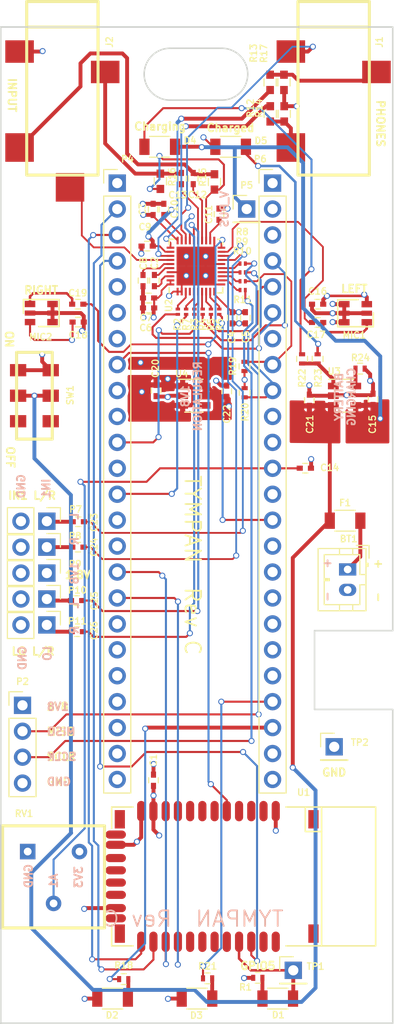
<source format=kicad_pcb>
(kicad_pcb (version 4) (host pcbnew 4.0.6)
  (layers (0 F.Cu signal) (1 In1.Cu signal) (2 In2.Cu signal) (31 B.Cu signal) (34 B.Paste user) (35 F.Paste user) (36 B.SilkS user) (37 F.SilkS user) (38 B.Mask user) (39 F.Mask user) (44 Edge.Cuts user))
  (net 0 "")
  (net 1 "Net-(BT1-Pad1)")
  (net 2 GND)
  (net 3 +3V3)
  (net 4 "Net-(C2-Pad1)")
  (net 5 "Net-(C2-Pad2)")
  (net 6 VPP)
  (net 7 +1V8)
  (net 8 "Net-(C8-Pad1)")
  (net 9 "Net-(C11-Pad1)")
  (net 10 /IN3_L)
  (net 11 "Net-(C12-Pad2)")
  (net 12 /IN3_R)
  (net 13 "Net-(C13-Pad2)")
  (net 14 /POT)
  (net 15 +5V)
  (net 16 /IN2_L)
  (net 17 "Net-(C17-Pad2)")
  (net 18 /IN2_R)
  (net 19 "Net-(C19-Pad2)")
  (net 20 +BATT)
  (net 21 "Net-(D1-Pad1)")
  (net 22 "Net-(D1-Pad2)")
  (net 23 "Net-(D2-Pad2)")
  (net 24 "Net-(D3-Pad2)")
  (net 25 "Net-(D4-Pad1)")
  (net 26 "Net-(D5-Pad2)")
  (net 27 "Net-(J1-Pad3)")
  (net 28 /MICDET)
  (net 29 /MISO)
  (net 30 /SCLK)
  (net 31 /BT_TX)
  (net 32 /BT_RX)
  (net 33 /BT_PIO4)
  (net 34 "Net-(P4-Pad5)")
  (net 35 "Net-(P4-Pad6)")
  (net 36 "Net-(P4-Pad7)")
  (net 37 /BT_nRESET)
  (net 38 "Net-(P4-Pad9)")
  (net 39 "Net-(P4-Pad10)")
  (net 40 /BCLK)
  (net 41 "Net-(P4-Pad12)")
  (net 42 /MCLK)
  (net 43 "Net-(P4-Pad14)")
  (net 44 /BT_RTS)
  (net 45 /BT_CTS)
  (net 46 "Net-(P4-Pad18)")
  (net 47 "Net-(P4-Pad19)")
  (net 48 "Net-(P4-Pad20)")
  (net 49 "Net-(P4-Pad21)")
  (net 50 "Net-(P4-Pad22)")
  (net 51 "Net-(P4-Pad23)")
  (net 52 "Net-(P4-Pad24)")
  (net 53 /WCLK)
  (net 54 /DIN)
  (net 55 /nRESET)
  (net 56 "Net-(P6-Pad7)")
  (net 57 /SCL/SS)
  (net 58 /SDA/MOSI)
  (net 59 "Net-(P6-Pad10)")
  (net 60 "Net-(P6-Pad11)")
  (net 61 "Net-(P6-Pad13)")
  (net 62 /DOUT)
  (net 63 "Net-(P6-Pad16)")
  (net 64 "Net-(P6-Pad17)")
  (net 65 "Net-(P6-Pad18)")
  (net 66 "Net-(P6-Pad19)")
  (net 67 "Net-(P6-Pad20)")
  (net 68 "Net-(P6-Pad21)")
  (net 69 "Net-(P6-Pad22)")
  (net 70 "Net-(P6-Pad23)")
  (net 71 "Net-(P6-Pad24)")
  (net 72 /IN1_L)
  (net 73 /IN1_R)
  (net 74 /LOL)
  (net 75 /LOR)
  (net 76 "Net-(R2-Pad2)")
  (net 77 "Net-(R3-Pad2)")
  (net 78 "Net-(R4-Pad2)")
  (net 79 "Net-(R5-Pad2)")
  (net 80 "Net-(R6-Pad2)")
  (net 81 "Net-(R7-Pad2)")
  (net 82 "Net-(R8-Pad2)")
  (net 83 "Net-(R9-Pad2)")
  (net 84 "Net-(R10-Pad2)")
  (net 85 "Net-(R11-Pad2)")
  (net 86 /HPL)
  (net 87 "Net-(J1-Pad2)")
  (net 88 /HPR)
  (net 89 /MICBIAS)
  (net 90 "Net-(R22-Pad2)")
  (net 91 "Net-(R24-Pad1)")
  (net 92 "Net-(SW1-Pad6)")
  (net 93 "Net-(SW1-Pad3)")
  (net 94 "Net-(U1-Pad2)")
  (net 95 "Net-(U1-Pad3)")
  (net 96 "Net-(U1-Pad4)")
  (net 97 "Net-(U1-Pad6)")
  (net 98 "Net-(U1-Pad34)")
  (net 99 "Net-(U1-Pad33)")
  (net 100 "Net-(U1-Pad32)")
  (net 101 "Net-(U1-Pad31)")
  (net 102 "Net-(U1-Pad17)")
  (net 103 "Net-(U1-Pad18)")
  (net 104 "Net-(U1-Pad19)")
  (net 105 "Net-(U1-Pad20)")
  (net 106 "Net-(U1-Pad23)")
  (net 107 "Net-(U1-Pad24)")
  (net 108 "Net-(U2-Pad4)")
  (net 109 "Net-(U4-Pad4)")
  (net 110 "Net-(C23-Pad2)")
  (net 111 "Net-(C24-Pad2)")
  (net 112 "Net-(C25-Pad2)")
  (net 113 "Net-(C26-Pad2)")
  (module Mounting_Holes:MountingHole_3.2mm_M3 (layer F.Cu) (at 105.156 48.6156)
    (fp_text reference REF**)
    (fp_text value MountingHole_3.2mm_M3)
    (pad 1 np_thru_hole circle (at 0 0) (size 3.2 3.2) (drill 3.2) (layers *.Cu *.Mask))
  )
  (module Mounting_Holes:MountingHole_3.2mm_M3 (layer F.Cu) (at 105.2068 122.1232)
    (fp_text reference REF**)
    (fp_text value MountingHole_3.2mm_M3)
    (pad 1 np_thru_hole circle (at 0 0) (size 3.2 3.2) (drill 3.2) (layers *.Cu *.Mask))
  )
  (module Mounting_Holes:MountingHole_3.2mm_M3 (layer F.Cu) (at 136.4996 122.1232)
    (fp_text reference REF**)
    (fp_text value MountingHole_3.2mm_M3)
    (pad 1 np_thru_hole circle (at 0 0) (size 3.2 3.2) (drill 3.2) (layers *.Cu *.Mask))
  )
  (module Mounting_Holes:MountingHole_3.2mm_M3 (layer F.Cu) (at 136.4488 48.6156)
    (fp_text reference REF**)
    (fp_text value MountingHole_3.2mm_M3)
    (pad 1 np_thru_hole circle (at 0 0) (size 3.2 3.2) (drill 3.2) (layers *.Cu *.Mask))
  )
  (module Connectors_JST:JST_PH_B2B-PH-K_02x2.00mm_Straight (layer F.Cu) (at 135.636 81.28 270)
    (fp_text reference BT1 (at -2.9972 -0.1016 360) (layer F.SilkS) (effects (font (size 0.635 0.635) (thickness 0.127))))
    (fp_text value LiPo)
    (pad 1 thru_hole rect (at 0 0 270) (size 1.2 1.7) (drill 0.75) (layers *.Cu *.Mask) (net 1 "Net-(BT1-Pad1)"))
    (pad 2 thru_hole oval (at 2 0 270) (size 1.2 1.7) (drill 0.75) (layers *.Cu *.Mask) (net 2 GND))
  )
  (module Capacitors_SMD:C_1206 (layer F.Cu) (at 128.778 123.317)
    (fp_text reference D1 (at 0.0508 1.6002) (layer F.SilkS) (effects (font (size 0.635 0.635) (thickness 0.127))))
    (fp_text value LED)
    (pad 1 smd rect (at -1.5 0) (size 1 1.6) (layers F.Cu F.Paste F.Mask) (net 21 "Net-(D1-Pad1)"))
    (pad 2 smd rect (at 1.5 0) (size 1 1.6) (layers F.Cu F.Paste F.Mask) (net 22 "Net-(D1-Pad2)"))
  )
  (module Capacitors_SMD:C_1206 (layer F.Cu) (at 112.5728 123.317)
    (fp_text reference D2 (at -0.0508 1.6256) (layer F.SilkS) (effects (font (size 0.635 0.635) (thickness 0.127))))
    (fp_text value LED)
    (pad 1 smd rect (at -1.5 0) (size 1 1.6) (layers F.Cu F.Paste F.Mask) (net 2 GND))
    (pad 2 smd rect (at 1.5 0) (size 1 1.6) (layers F.Cu F.Paste F.Mask) (net 23 "Net-(D2-Pad2)"))
  )
  (module Capacitors_SMD:C_1206 (layer F.Cu) (at 120.8532 123.317)
    (fp_text reference D3 (at -0.0508 1.651) (layer F.SilkS) (effects (font (size 0.635 0.635) (thickness 0.127))))
    (fp_text value LED)
    (pad 1 smd rect (at -1.5 0) (size 1 1.6) (layers F.Cu F.Paste F.Mask) (net 2 GND))
    (pad 2 smd rect (at 1.5 0) (size 1 1.6) (layers F.Cu F.Paste F.Mask) (net 24 "Net-(D3-Pad2)"))
  )
  (module Capacitors_SMD:C_1206 (layer F.Cu) (at 117.1956 39.878)
    (fp_text reference D4 (at 2.9718 -0.6223) (layer F.SilkS) (effects (font (size 0.635 0.635) (thickness 0.127))))
    (fp_text value LED)
    (pad 1 smd rect (at -1.5 0) (size 1 1.6) (layers F.Cu F.Paste F.Mask) (net 25 "Net-(D4-Pad1)"))
    (pad 2 smd rect (at 1.5 0) (size 1 1.6) (layers F.Cu F.Paste F.Mask) (net 15 +5V))
  )
  (module Capacitors_SMD:C_1206 (layer F.Cu) (at 124.1552 39.878)
    (fp_text reference D5 (at 2.9718 -0.5969) (layer F.SilkS) (effects (font (size 0.635 0.635) (thickness 0.127))))
    (fp_text value LED)
    (pad 1 smd rect (at -1.5 0) (size 1 1.6) (layers F.Cu F.Paste F.Mask) (net 2 GND))
    (pad 2 smd rect (at 1.5 0) (size 1 1.6) (layers F.Cu F.Paste F.Mask) (net 26 "Net-(D5-Pad2)"))
  )
  (module Capacitors_SMD:C_1206 (layer F.Cu) (at 135.382 76.5048)
    (fp_text reference F1 (at 0 -1.75) (layer F.SilkS) (effects (font (size 0.635 0.635) (thickness 0.127))))
    (fp_text value FUSE)
    (pad 1 smd rect (at -1.5 0) (size 1 1.6) (layers F.Cu F.Paste F.Mask) (net 20 +BATT))
    (pad 2 smd rect (at 1.5 0) (size 1 1.6) (layers F.Cu F.Paste F.Mask) (net 1 "Net-(BT1-Pad1)"))
  )
  (module Tympan:SPH1642HT5H (layer F.Cu) (at 106.68 57.0484 180)
    (fp_text reference MIC2 (at 1.1684 -1.4528 180) (layer F.SilkS) (effects (font (size 0.635 0.635) (thickness 0.127))))
    (fp_text value SPH1642HT5H-1)
    (pad 5 smd rect (at 2.208 0.884 180) (size 1.032 0.5) (layers F.Cu F.Paste F.Mask) (net 2 GND))
    (pad 2 smd rect (at 0 0.884 180) (size 1.032 0.5) (layers F.Cu F.Paste F.Mask) (net 2 GND))
    (pad 6 smd rect (at 2.208 0 180) (size 1.032 0.622) (layers F.Cu F.Paste F.Mask) (net 7 +1V8))
    (pad 4 smd rect (at 2.208 1.768 180) (size 1.032 0.622) (layers F.Cu F.Paste F.Mask) (net 19 "Net-(C19-Pad2)"))
    (pad 3 smd rect (at 0 1.768 180) (size 1.032 0.622) (layers F.Cu F.Paste F.Mask) (net 2 GND))
    (pad 1 smd rect (at 0 0 180) (size 1.032 0.622) (layers F.Cu F.Paste F.Mask) (net 2 GND))
  )
  (module Pin_Headers:Pin_Header_Straight_1x01_Pitch2.54mm (layer F.Cu) (at 130.302 120.5484)
    (fp_text reference TP1 (at 2.1844 -0.381) (layer F.SilkS) (effects (font (size 0.635 0.635) (thickness 0.127))))
    (fp_text value CONN_01X01)
    (pad 1 thru_hole rect (at 0 0) (size 1.7 1.7) (drill 1) (layers *.Cu *.Mask) (net 22 "Net-(D1-Pad2)"))
  )
  (module Pin_Headers:Pin_Header_Straight_1x04_Pitch2.54mm (layer F.Cu) (at 103.7336 94.5896)
    (fp_text reference P2 (at 0 -2.33) (layer F.SilkS) (effects (font (size 0.635 0.635) (thickness 0.127))))
    (fp_text value CONN_01X04)
    (pad 1 thru_hole rect (at 0 0) (size 1.7 1.7) (drill 1) (layers *.Cu *.Mask) (net 7 +1V8))
    (pad 2 thru_hole oval (at 0 2.54) (size 1.7 1.7) (drill 1) (layers *.Cu *.Mask) (net 29 /MISO))
    (pad 3 thru_hole oval (at 0 5.08) (size 1.7 1.7) (drill 1) (layers *.Cu *.Mask) (net 30 /SCLK))
    (pad 4 thru_hole oval (at 0 7.62) (size 1.7 1.7) (drill 1) (layers *.Cu *.Mask) (net 2 GND))
  )
  (module Pin_Headers:Pin_Header_Straight_1x01_Pitch2.54mm (layer F.Cu) (at 134.3152 98.6536)
    (fp_text reference TP2 (at 2.5146 -0.4318) (layer F.SilkS) (effects (font (size 0.635 0.635) (thickness 0.127))))
    (fp_text value CONN_01X01)
    (pad 1 thru_hole rect (at 0 0) (size 1.7 1.7) (drill 1) (layers *.Cu *.Mask) (net 2 GND))
  )
  (module Pin_Headers:Pin_Header_Straight_1x24_Pitch2.54mm (layer F.Cu) (at 113.03 43.434)
    (fp_text reference P4 (at 1.0033 -2.3622) (layer F.SilkS) (effects (font (size 0.635 0.635) (thickness 0.127))))
    (fp_text value CONN_01X24)
    (pad 1 thru_hole rect (at 0 0) (size 1.7 1.7) (drill 1) (layers *.Cu *.Mask) (net 2 GND))
    (pad 2 thru_hole oval (at 0 2.54) (size 1.7 1.7) (drill 1) (layers *.Cu *.Mask) (net 31 /BT_TX))
    (pad 3 thru_hole oval (at 0 5.08) (size 1.7 1.7) (drill 1) (layers *.Cu *.Mask) (net 32 /BT_RX))
    (pad 4 thru_hole oval (at 0 7.62) (size 1.7 1.7) (drill 1) (layers *.Cu *.Mask) (net 33 /BT_PIO4))
    (pad 5 thru_hole oval (at 0 10.16) (size 1.7 1.7) (drill 1) (layers *.Cu *.Mask) (net 34 "Net-(P4-Pad5)"))
    (pad 6 thru_hole oval (at 0 12.7) (size 1.7 1.7) (drill 1) (layers *.Cu *.Mask) (net 35 "Net-(P4-Pad6)"))
    (pad 7 thru_hole oval (at 0 15.24) (size 1.7 1.7) (drill 1) (layers *.Cu *.Mask) (net 36 "Net-(P4-Pad7)"))
    (pad 8 thru_hole oval (at 0 17.78) (size 1.7 1.7) (drill 1) (layers *.Cu *.Mask) (net 37 /BT_nRESET))
    (pad 9 thru_hole oval (at 0 20.32) (size 1.7 1.7) (drill 1) (layers *.Cu *.Mask) (net 38 "Net-(P4-Pad9)"))
    (pad 10 thru_hole oval (at 0 22.86) (size 1.7 1.7) (drill 1) (layers *.Cu *.Mask) (net 39 "Net-(P4-Pad10)"))
    (pad 11 thru_hole oval (at 0 25.4) (size 1.7 1.7) (drill 1) (layers *.Cu *.Mask) (net 40 /BCLK))
    (pad 12 thru_hole oval (at 0 27.94) (size 1.7 1.7) (drill 1) (layers *.Cu *.Mask) (net 41 "Net-(P4-Pad12)"))
    (pad 13 thru_hole oval (at 0 30.48) (size 1.7 1.7) (drill 1) (layers *.Cu *.Mask) (net 42 /MCLK))
    (pad 14 thru_hole oval (at 0 33.02) (size 1.7 1.7) (drill 1) (layers *.Cu *.Mask) (net 43 "Net-(P4-Pad14)"))
    (pad 15 thru_hole oval (at 0 35.56) (size 1.7 1.7) (drill 1) (layers *.Cu *.Mask) (net 3 +3V3))
    (pad 16 thru_hole oval (at 0 38.1) (size 1.7 1.7) (drill 1) (layers *.Cu *.Mask) (net 44 /BT_RTS))
    (pad 17 thru_hole oval (at 0 40.64) (size 1.7 1.7) (drill 1) (layers *.Cu *.Mask) (net 45 /BT_CTS))
    (pad 18 thru_hole oval (at 0 43.18) (size 1.7 1.7) (drill 1) (layers *.Cu *.Mask) (net 46 "Net-(P4-Pad18)"))
    (pad 19 thru_hole oval (at 0 45.72) (size 1.7 1.7) (drill 1) (layers *.Cu *.Mask) (net 47 "Net-(P4-Pad19)"))
    (pad 20 thru_hole oval (at 0 48.26) (size 1.7 1.7) (drill 1) (layers *.Cu *.Mask) (net 48 "Net-(P4-Pad20)"))
    (pad 21 thru_hole oval (at 0 50.8) (size 1.7 1.7) (drill 1) (layers *.Cu *.Mask) (net 49 "Net-(P4-Pad21)"))
    (pad 22 thru_hole oval (at 0 53.34) (size 1.7 1.7) (drill 1) (layers *.Cu *.Mask) (net 50 "Net-(P4-Pad22)"))
    (pad 23 thru_hole oval (at 0 55.88) (size 1.7 1.7) (drill 1) (layers *.Cu *.Mask) (net 51 "Net-(P4-Pad23)"))
    (pad 24 thru_hole oval (at 0 58.42) (size 1.7 1.7) (drill 1) (layers *.Cu *.Mask) (net 52 "Net-(P4-Pad24)"))
  )
  (module Pin_Headers:Pin_Header_Straight_1x01_Pitch2.54mm (layer F.Cu) (at 125.73 45.974)
    (fp_text reference P5 (at 0 -2.33) (layer F.SilkS) (effects (font (size 0.635 0.635) (thickness 0.127))))
    (fp_text value CONN_01X01)
    (pad 1 thru_hole rect (at 0 0) (size 1.7 1.7) (drill 1) (layers *.Cu *.Mask) (net 15 +5V))
  )
  (module Pin_Headers:Pin_Header_Straight_1x24_Pitch2.54mm (layer F.Cu) (at 128.27 43.434)
    (fp_text reference P6 (at -1.2065 -2.3622) (layer F.SilkS) (effects (font (size 0.635 0.635) (thickness 0.127))))
    (fp_text value CONN_01X24)
    (pad 1 thru_hole rect (at 0 0) (size 1.7 1.7) (drill 1) (layers *.Cu *.Mask) (net 6 VPP))
    (pad 2 thru_hole oval (at 0 2.54) (size 1.7 1.7) (drill 1) (layers *.Cu *.Mask) (net 2 GND))
    (pad 3 thru_hole oval (at 0 5.08) (size 1.7 1.7) (drill 1) (layers *.Cu *.Mask) (net 3 +3V3))
    (pad 4 thru_hole oval (at 0 7.62) (size 1.7 1.7) (drill 1) (layers *.Cu *.Mask) (net 53 /WCLK))
    (pad 5 thru_hole oval (at 0 10.16) (size 1.7 1.7) (drill 1) (layers *.Cu *.Mask) (net 54 /DIN))
    (pad 6 thru_hole oval (at 0 12.7) (size 1.7 1.7) (drill 1) (layers *.Cu *.Mask) (net 55 /nRESET))
    (pad 7 thru_hole oval (at 0 15.24) (size 1.7 1.7) (drill 1) (layers *.Cu *.Mask) (net 56 "Net-(P6-Pad7)"))
    (pad 8 thru_hole oval (at 0 17.78) (size 1.7 1.7) (drill 1) (layers *.Cu *.Mask) (net 57 /SCL/SS))
    (pad 9 thru_hole oval (at 0 20.32) (size 1.7 1.7) (drill 1) (layers *.Cu *.Mask) (net 58 /SDA/MOSI))
    (pad 10 thru_hole oval (at 0 22.86) (size 1.7 1.7) (drill 1) (layers *.Cu *.Mask) (net 59 "Net-(P6-Pad10)"))
    (pad 11 thru_hole oval (at 0 25.4) (size 1.7 1.7) (drill 1) (layers *.Cu *.Mask) (net 60 "Net-(P6-Pad11)"))
    (pad 12 thru_hole oval (at 0 27.94) (size 1.7 1.7) (drill 1) (layers *.Cu *.Mask) (net 14 /POT))
    (pad 13 thru_hole oval (at 0 30.48) (size 1.7 1.7) (drill 1) (layers *.Cu *.Mask) (net 61 "Net-(P6-Pad13)"))
    (pad 14 thru_hole oval (at 0 33.02) (size 1.7 1.7) (drill 1) (layers *.Cu *.Mask) (net 62 /DOUT))
    (pad 15 thru_hole oval (at 0 35.56) (size 1.7 1.7) (drill 1) (layers *.Cu *.Mask) (net 2 GND))
    (pad 16 thru_hole oval (at 0 38.1) (size 1.7 1.7) (drill 1) (layers *.Cu *.Mask) (net 63 "Net-(P6-Pad16)"))
    (pad 17 thru_hole oval (at 0 40.64) (size 1.7 1.7) (drill 1) (layers *.Cu *.Mask) (net 64 "Net-(P6-Pad17)"))
    (pad 18 thru_hole oval (at 0 43.18) (size 1.7 1.7) (drill 1) (layers *.Cu *.Mask) (net 65 "Net-(P6-Pad18)"))
    (pad 19 thru_hole oval (at 0 45.72) (size 1.7 1.7) (drill 1) (layers *.Cu *.Mask) (net 66 "Net-(P6-Pad19)"))
    (pad 20 thru_hole oval (at 0 48.26) (size 1.7 1.7) (drill 1) (layers *.Cu *.Mask) (net 67 "Net-(P6-Pad20)"))
    (pad 21 thru_hole oval (at 0 50.8) (size 1.7 1.7) (drill 1) (layers *.Cu *.Mask) (net 68 "Net-(P6-Pad21)"))
    (pad 22 thru_hole oval (at 0 53.34) (size 1.7 1.7) (drill 1) (layers *.Cu *.Mask) (net 69 "Net-(P6-Pad22)"))
    (pad 23 thru_hole oval (at 0 55.88) (size 1.7 1.7) (drill 1) (layers *.Cu *.Mask) (net 70 "Net-(P6-Pad23)"))
    (pad 24 thru_hole oval (at 0 58.42) (size 1.7 1.7) (drill 1) (layers *.Cu *.Mask) (net 71 "Net-(P6-Pad24)"))
  )
  (module Pin_Headers:Pin_Header_Straight_1x02_Pitch2.54mm (layer F.Cu) (at 106.1212 76.5556 270)
    (fp_text reference P7 (at -1.1684 -2.8194 360) (layer F.SilkS) (effects (font (size 0.635 0.635) (thickness 0.127))))
    (fp_text value CONN_02X01)
    (pad 1 thru_hole rect (at 0 0 270) (size 1.7 1.7) (drill 1) (layers *.Cu *.Mask) (net 110 "Net-(C23-Pad2)"))
    (pad 2 thru_hole oval (at 0 2.54 270) (size 1.7 1.7) (drill 1) (layers *.Cu *.Mask) (net 2 GND))
  )
  (module Pin_Headers:Pin_Header_Straight_1x02_Pitch2.54mm (layer F.Cu) (at 106.1212 79.0956 270)
    (fp_text reference P8 (at -1.0922 -2.7686 360) (layer F.SilkS) (effects (font (size 0.635 0.635) (thickness 0.127))))
    (fp_text value CONN_02X01)
    (pad 1 thru_hole rect (at 0 0 270) (size 1.7 1.7) (drill 1) (layers *.Cu *.Mask) (net 111 "Net-(C24-Pad2)"))
    (pad 2 thru_hole oval (at 0 2.54 270) (size 1.7 1.7) (drill 1) (layers *.Cu *.Mask) (net 2 GND))
  )
  (module Pin_Headers:Pin_Header_Straight_1x02_Pitch2.54mm (layer F.Cu) (at 106.1212 81.6356 270)
    (fp_text reference P9 (at -0.889 -2.7686 360) (layer F.SilkS) (effects (font (size 0.635 0.635) (thickness 0.127))))
    (fp_text value CONN_02X01)
    (pad 1 thru_hole rect (at 0 0 270) (size 1.7 1.7) (drill 1) (layers *.Cu *.Mask) (net 7 +1V8))
    (pad 2 thru_hole oval (at 0 2.54 270) (size 1.7 1.7) (drill 1) (layers *.Cu *.Mask) (net 7 +1V8))
  )
  (module Pin_Headers:Pin_Header_Straight_1x02_Pitch2.54mm (layer F.Cu) (at 106.1212 84.1756 270)
    (fp_text reference P10 (at -0.8636 -2.9972 360) (layer F.SilkS) (effects (font (size 0.635 0.635) (thickness 0.127))))
    (fp_text value CONN_02X01)
    (pad 1 thru_hole rect (at 0 0 270) (size 1.7 1.7) (drill 1) (layers *.Cu *.Mask) (net 112 "Net-(C25-Pad2)"))
    (pad 2 thru_hole oval (at 0 2.54 270) (size 1.7 1.7) (drill 1) (layers *.Cu *.Mask) (net 2 GND))
  )
  (module Pin_Headers:Pin_Header_Straight_1x02_Pitch2.54mm (layer F.Cu) (at 106.1212 86.7156 270)
    (fp_text reference P11 (at -0.381 -2.9972 360) (layer F.SilkS) (effects (font (size 0.635 0.635) (thickness 0.127))))
    (fp_text value CONN_02X01)
    (pad 1 thru_hole rect (at 0 0 270) (size 1.7 1.7) (drill 1) (layers *.Cu *.Mask) (net 113 "Net-(C26-Pad2)"))
    (pad 2 thru_hole oval (at 0 2.54 270) (size 1.7 1.7) (drill 1) (layers *.Cu *.Mask) (net 2 GND))
  )
  (module Capacitors_SMD:C_0603 (layer F.Cu) (at 128.0414 36.6522 270)
    (fp_text reference R12 (at -0.5588 1.9431 270) (layer F.SilkS) (effects (font (size 0.635 0.635) (thickness 0.127))))
    (fp_text value 0)
    (pad 1 smd rect (at -0.75 0 270) (size 0.8 0.75) (layers F.Cu F.Paste F.Mask) (net 86 /HPL))
    (pad 2 smd rect (at 0.75 0 270) (size 0.8 0.75) (layers F.Cu F.Paste F.Mask) (net 87 "Net-(J1-Pad2)"))
  )
  (module Capacitors_SMD:C_0603 (layer F.Cu) (at 128.0287 33.5661 90)
    (fp_text reference R13 (at 2.8575 -1.6256 90) (layer F.SilkS) (effects (font (size 0.635 0.635) (thickness 0.127))))
    (fp_text value 0)
    (pad 1 smd rect (at -0.75 0 90) (size 0.8 0.75) (layers F.Cu F.Paste F.Mask) (net 88 /HPR))
    (pad 2 smd rect (at 0.75 0 90) (size 0.8 0.75) (layers F.Cu F.Paste F.Mask) (net 27 "Net-(J1-Pad3)"))
  )
  (module Capacitors_SMD:C_0603 (layer F.Cu) (at 129.413 36.6522 90)
    (fp_text reference R14 (at 0.5588 -2.4765 90) (layer F.SilkS) (effects (font (size 0.635 0.635) (thickness 0.127))))
    (fp_text value DNP)
    (pad 1 smd rect (at -0.75 0 90) (size 0.8 0.75) (layers F.Cu F.Paste F.Mask) (net 87 "Net-(J1-Pad2)"))
    (pad 2 smd rect (at 0.75 0 90) (size 0.8 0.75) (layers F.Cu F.Paste F.Mask) (net 2 GND))
  )
  (module Capacitors_SMD:C_0603 (layer F.Cu) (at 122.5677 43.3197 90)
    (fp_text reference R15 (at 0.4699 -1.1557 90) (layer F.SilkS) (effects (font (size 0.635 0.635) (thickness 0.127))))
    (fp_text value 0)
    (pad 1 smd rect (at -0.75 0 90) (size 0.8 0.75) (layers F.Cu F.Paste F.Mask) (net 89 /MICBIAS))
    (pad 2 smd rect (at 0.75 0 90) (size 0.8 0.75) (layers F.Cu F.Paste F.Mask) (net 11 "Net-(C12-Pad2)"))
  )
  (module Capacitors_SMD:C_0603 (layer F.Cu) (at 117.2591 43.2562 90)
    (fp_text reference R16 (at 0.4318 1.143 90) (layer F.SilkS) (effects (font (size 0.635 0.635) (thickness 0.127))))
    (fp_text value 0)
    (pad 1 smd rect (at -0.75 0 90) (size 0.8 0.75) (layers F.Cu F.Paste F.Mask) (net 89 /MICBIAS))
    (pad 2 smd rect (at 0.75 0 90) (size 0.8 0.75) (layers F.Cu F.Paste F.Mask) (net 13 "Net-(C13-Pad2)"))
  )
  (module Capacitors_SMD:C_0603 (layer F.Cu) (at 129.3876 33.5661 270)
    (fp_text reference R17 (at -2.8321 1.9812 270) (layer F.SilkS) (effects (font (size 0.635 0.635) (thickness 0.127))))
    (fp_text value DNP)
    (pad 1 smd rect (at -0.75 0 270) (size 0.8 0.75) (layers F.Cu F.Paste F.Mask) (net 27 "Net-(J1-Pad3)"))
    (pad 2 smd rect (at 0.75 0 270) (size 0.8 0.75) (layers F.Cu F.Paste F.Mask) (net 2 GND))
  )
  (module Tympan:Bourns_3386F (layer F.Cu) (at 106.7816 113.9952)
    (fp_text reference RV1 (at -2.9 -8.8) (layer F.SilkS) (effects (font (size 0.635 0.635) (thickness 0.127))))
    (fp_text value POT)
    (pad 1 thru_hole rect (at -2.54 -5.08) (size 1.524 1.524) (drill 0.762) (layers *.Cu *.Mask) (net 2 GND))
    (pad 3 thru_hole circle (at 2.54 -5.08) (size 1.524 1.524) (drill 0.762) (layers *.Cu *.Mask) (net 3 +3V3))
    (pad 2 thru_hole circle (at 0 0) (size 1.524 1.524) (drill 0.762) (layers *.Cu *.Mask) (net 14 /POT))
  )
  (module Tympan:CL-SB-22A (layer F.Cu) (at 104.902 64.262 270)
    (fp_text reference SW1 (at -0.0508 -3.5052 450) (layer F.SilkS) (effects (font (size 0.635 0.635) (thickness 0.127))))
    (fp_text value CL-SB-22A)
    (pad 5 smd rect (at 0 -1.6 270) (size 1.2 1.6) (layers F.Cu F.Paste F.Mask) (net 20 +BATT))
    (pad 2 smd rect (at 0 1.6 270) (size 1.2 1.6) (layers F.Cu F.Paste F.Mask) (net 20 +BATT))
    (pad 6 smd rect (at 2.5 -1.6 270) (size 1.2 1.6) (layers F.Cu F.Paste F.Mask) (net 92 "Net-(SW1-Pad6)"))
    (pad 3 smd rect (at 2.5 1.6 270) (size 1.2 1.6) (layers F.Cu F.Paste F.Mask) (net 93 "Net-(SW1-Pad3)"))
    (pad 1 smd rect (at -2.5 1.6 270) (size 1.2 1.6) (layers F.Cu F.Paste F.Mask) (net 6 VPP))
    (pad 4 smd rect (at -2.5 -1.6 270) (size 1.2 1.6) (layers F.Cu F.Paste F.Mask) (net 6 VPP))
  )
  (module RF_Modules:RN42 (layer F.Cu) (at 122.5804 111.3536 270)
    (fp_text reference U1 (at -8.2296 -8.7376 540) (layer F.SilkS) (effects (font (size 0.635 0.635) (thickness 0.127))))
    (fp_text value RN42)
    (pad 1 smd oval (at -6.4 -6 270) (size 2 0.8) (layers F.Cu F.Paste F.Mask) (net 2 GND))
    (pad 2 smd oval (at -6.4 -4.8 270) (size 2 0.8) (layers F.Cu F.Paste F.Mask) (net 94 "Net-(U1-Pad2)"))
    (pad 3 smd oval (at -6.4 -3.6 270) (size 2 0.8) (layers F.Cu F.Paste F.Mask) (net 95 "Net-(U1-Pad3)"))
    (pad 4 smd oval (at -6.4 -2.4 270) (size 2 0.8) (layers F.Cu F.Paste F.Mask) (net 96 "Net-(U1-Pad4)"))
    (pad 5 smd oval (at -6.4 -1.2 270) (size 2 0.8) (layers F.Cu F.Paste F.Mask) (net 37 /BT_nRESET))
    (pad 6 smd oval (at -6.4 0 270) (size 2 0.8) (layers F.Cu F.Paste F.Mask) (net 97 "Net-(U1-Pad6)"))
    (pad 7 smd oval (at -6.4 1.2 270) (size 2 0.8) (layers F.Cu F.Paste F.Mask))
    (pad 8 smd oval (at -6.4 2.4 270) (size 2 0.8) (layers F.Cu F.Paste F.Mask))
    (pad 9 smd oval (at -6.4 3.6 270) (size 2 0.8) (layers F.Cu F.Paste F.Mask))
    (pad 10 smd oval (at -6.4 4.8 270) (size 2 0.8) (layers F.Cu F.Paste F.Mask))
    (pad 11 smd oval (at -6.4 6 270) (size 2 0.8) (layers F.Cu F.Paste F.Mask) (net 3 +3V3))
    (pad 12 smd oval (at -6.4 7.2 270) (size 2 0.8) (layers F.Cu F.Paste F.Mask) (net 2 GND))
    (pad 35 smd oval (at -4.1 9.7) (size 2 0.8) (layers F.Cu F.Paste F.Mask))
    (pad 29 smd oval (at -3.1 9.7) (size 2 0.8) (layers F.Cu F.Paste F.Mask) (net 2 GND))
    (pad 34 smd oval (at -1.8 9.7) (size 2 0.8) (layers F.Cu F.Paste F.Mask) (net 98 "Net-(U1-Pad34)"))
    (pad 33 smd oval (at -0.6 9.7) (size 2 0.8) (layers F.Cu F.Paste F.Mask) (net 99 "Net-(U1-Pad33)"))
    (pad 32 smd oval (at 0.6 9.7) (size 2 0.8) (layers F.Cu F.Paste F.Mask) (net 100 "Net-(U1-Pad32)"))
    (pad 31 smd oval (at 1.8 9.7) (size 2 0.8) (layers F.Cu F.Paste F.Mask) (net 101 "Net-(U1-Pad31)"))
    (pad 28 smd oval (at 3.1 9.7) (size 2 0.8) (layers F.Cu F.Paste F.Mask) (net 2 GND))
    (pad 30 smd oval (at 4.1 9.7) (size 2 0.8) (layers F.Cu F.Paste F.Mask))
    (pad 13 smd oval (at 6.4 7.2 270) (size 2 0.8) (layers F.Cu F.Paste F.Mask) (net 32 /BT_RX))
    (pad 14 smd oval (at 6.4 6 270) (size 2 0.8) (layers F.Cu F.Paste F.Mask) (net 31 /BT_TX))
    (pad 15 smd oval (at 6.4 4.8 270) (size 2 0.8) (layers F.Cu F.Paste F.Mask) (net 44 /BT_RTS))
    (pad 16 smd oval (at 6.4 3.6 270) (size 2 0.8) (layers F.Cu F.Paste F.Mask) (net 45 /BT_CTS))
    (pad 17 smd oval (at 6.4 2.4 270) (size 2 0.8) (layers F.Cu F.Paste F.Mask) (net 102 "Net-(U1-Pad17)"))
    (pad 18 smd oval (at 6.4 1.2 270) (size 2 0.8) (layers F.Cu F.Paste F.Mask) (net 103 "Net-(U1-Pad18)"))
    (pad 19 smd oval (at 6.4 0 270) (size 2 0.8) (layers F.Cu F.Paste F.Mask) (net 104 "Net-(U1-Pad19)"))
    (pad 20 smd oval (at 6.4 -1.2 270) (size 2 0.8) (layers F.Cu F.Paste F.Mask) (net 105 "Net-(U1-Pad20)"))
    (pad 21 smd oval (at 6.4 -2.4 270) (size 2 0.8) (layers F.Cu F.Paste F.Mask) (net 22 "Net-(D1-Pad2)"))
    (pad 22 smd oval (at 6.4 -3.6 270) (size 2 0.8) (layers F.Cu F.Paste F.Mask) (net 33 /BT_PIO4))
    (pad 23 smd oval (at 6.4 -4.8 270) (size 2 0.8) (layers F.Cu F.Paste F.Mask) (net 106 "Net-(U1-Pad23)"))
    (pad 24 smd oval (at 6.4 -6 270) (size 2 0.8) (layers F.Cu F.Paste F.Mask) (net 107 "Net-(U1-Pad24)"))
    (pad 36 smd rect (at -5.6 9.3 270) (size 1.8 1) (layers F.Cu F.Paste F.Mask))
    (pad 36 smd rect (at 5.6 9.3 270) (size 1.8 1) (layers F.Cu F.Paste F.Mask))
    (pad 36 smd rect (at 5.6 -9.7 270) (size 1.8 1) (layers F.Cu F.Paste F.Mask))
    (pad 36 smd rect (at -5.6 -9.7 270) (size 1.8 1) (layers F.Cu F.Paste F.Mask))
  )
  (module Housings_DFN_QFN:UQFN-40-1EP_5x5mm_Pitch0.4mm (layer F.Cu) (at 120.7516 51.562 90)
    (fp_text reference U2 (at -3.8608 -2.667 90) (layer F.SilkS) (effects (font (size 0.635 0.635) (thickness 0.127))))
    (fp_text value TLV320AIC3206IRSBT)
    (pad 1 smd rect (at -2.5 -1.8 90) (size 0.75 0.2) (layers F.Cu F.Paste F.Mask) (net 2 GND))
    (pad 2 smd rect (at -2.5 -1.4 90) (size 0.75 0.2) (layers F.Cu F.Paste F.Mask) (net 2 GND))
    (pad 3 smd rect (at -2.5 -1 90) (size 0.75 0.2) (layers F.Cu F.Paste F.Mask) (net 76 "Net-(R2-Pad2)"))
    (pad 4 smd rect (at -2.5 -0.6 90) (size 0.75 0.2) (layers F.Cu F.Paste F.Mask) (net 108 "Net-(U2-Pad4)"))
    (pad 5 smd rect (at -2.5 -0.2 90) (size 0.75 0.2) (layers F.Cu F.Paste F.Mask) (net 81 "Net-(R7-Pad2)"))
    (pad 6 smd rect (at -2.5 0.2 90) (size 0.75 0.2) (layers F.Cu F.Paste F.Mask) (net 77 "Net-(R3-Pad2)"))
    (pad 7 smd rect (at -2.5 0.6 90) (size 0.75 0.2) (layers F.Cu F.Paste F.Mask) (net 78 "Net-(R4-Pad2)"))
    (pad 8 smd rect (at -2.5 1 90) (size 0.75 0.2) (layers F.Cu F.Paste F.Mask) (net 79 "Net-(R5-Pad2)"))
    (pad 9 smd rect (at -2.5 1.4 90) (size 0.75 0.2) (layers F.Cu F.Paste F.Mask) (net 80 "Net-(R6-Pad2)"))
    (pad 10 smd rect (at -2.5 1.8 90) (size 0.75 0.2) (layers F.Cu F.Paste F.Mask) (net 3 +3V3))
    (pad 11 smd rect (at -1.8 2.5 180) (size 0.75 0.2) (layers F.Cu F.Paste F.Mask) (net 2 GND))
    (pad 12 smd rect (at -1.4 2.5 180) (size 0.75 0.2) (layers F.Cu F.Paste F.Mask) (net 85 "Net-(R11-Pad2)"))
    (pad 13 smd rect (at -1 2.5 180) (size 0.75 0.2) (layers F.Cu F.Paste F.Mask) (net 84 "Net-(R10-Pad2)"))
    (pad 14 smd rect (at -0.6 2.5 180) (size 0.75 0.2) (layers F.Cu F.Paste F.Mask) (net 83 "Net-(R9-Pad2)"))
    (pad 15 smd rect (at -0.2 2.5 180) (size 0.75 0.2) (layers F.Cu F.Paste F.Mask) (net 82 "Net-(R8-Pad2)"))
    (pad 16 smd rect (at 0.2 2.5 180) (size 0.75 0.2) (layers F.Cu F.Paste F.Mask) (net 2 GND))
    (pad 17 smd rect (at 0.6 2.5 180) (size 0.75 0.2) (layers F.Cu F.Paste F.Mask) (net 72 /IN1_L))
    (pad 18 smd rect (at 1 2.5 180) (size 0.75 0.2) (layers F.Cu F.Paste F.Mask) (net 73 /IN1_R))
    (pad 19 smd rect (at 1.4 2.5 180) (size 0.75 0.2) (layers F.Cu F.Paste F.Mask) (net 16 /IN2_L))
    (pad 20 smd rect (at 1.8 2.5 180) (size 0.75 0.2) (layers F.Cu F.Paste F.Mask) (net 18 /IN2_R))
    (pad 21 smd rect (at 2.5 1.8 90) (size 0.75 0.2) (layers F.Cu F.Paste F.Mask) (net 2 GND))
    (pad 22 smd rect (at 2.5 1.4 90) (size 0.75 0.2) (layers F.Cu F.Paste F.Mask) (net 9 "Net-(C11-Pad1)"))
    (pad 23 smd rect (at 2.5 1 90) (size 0.75 0.2) (layers F.Cu F.Paste F.Mask) (net 89 /MICBIAS))
    (pad 24 smd rect (at 2.5 0.6 90) (size 0.75 0.2) (layers F.Cu F.Paste F.Mask) (net 10 /IN3_L))
    (pad 25 smd rect (at 2.5 0.2 90) (size 0.75 0.2) (layers F.Cu F.Paste F.Mask) (net 12 /IN3_R))
    (pad 26 smd rect (at 2.5 -0.2 90) (size 0.75 0.2) (layers F.Cu F.Paste F.Mask) (net 74 /LOL))
    (pad 27 smd rect (at 2.5 -0.6 90) (size 0.75 0.2) (layers F.Cu F.Paste F.Mask) (net 75 /LOR))
    (pad 28 smd rect (at 2.5 -1 90) (size 0.75 0.2) (layers F.Cu F.Paste F.Mask) (net 2 GND))
    (pad 29 smd rect (at 2.5 -1.4 90) (size 0.75 0.2) (layers F.Cu F.Paste F.Mask) (net 7 +1V8))
    (pad 30 smd rect (at 2.5 -1.8 90) (size 0.75 0.2) (layers F.Cu F.Paste F.Mask) (net 6 VPP))
    (pad 31 smd rect (at 1.8 -2.5 180) (size 0.75 0.2) (layers F.Cu F.Paste F.Mask) (net 86 /HPL))
    (pad 32 smd rect (at 1.4 -2.5 180) (size 0.75 0.2) (layers F.Cu F.Paste F.Mask) (net 7 +1V8))
    (pad 33 smd rect (at 1 -2.5 180) (size 0.75 0.2) (layers F.Cu F.Paste F.Mask) (net 88 /HPR))
    (pad 34 smd rect (at 0.6 -2.5 180) (size 0.75 0.2) (layers F.Cu F.Paste F.Mask) (net 28 /MICDET))
    (pad 35 smd rect (at 0.2 -2.5 180) (size 0.75 0.2) (layers F.Cu F.Paste F.Mask) (net 8 "Net-(C8-Pad1)"))
    (pad 36 smd rect (at -0.2 -2.5 180) (size 0.75 0.2) (layers F.Cu F.Paste F.Mask) (net 4 "Net-(C2-Pad1)"))
    (pad 37 smd rect (at -0.6 -2.5 180) (size 0.75 0.2) (layers F.Cu F.Paste F.Mask) (net 2 GND))
    (pad 38 smd rect (at -1 -2.5 180) (size 0.75 0.2) (layers F.Cu F.Paste F.Mask) (net 5 "Net-(C2-Pad2)"))
    (pad 39 smd rect (at -1.4 -2.5 180) (size 0.75 0.2) (layers F.Cu F.Paste F.Mask) (net 7 +1V8))
    (pad 40 smd rect (at -1.8 -2.5 180) (size 0.75 0.2) (layers F.Cu F.Paste F.Mask) (net 7 +1V8))
    (pad 41 smd rect (at 0.95 0.95 90) (size 1.9 1.9) (layers F.Cu F.Paste F.Mask) (net 2 GND))
    (pad 41 smd rect (at 0.95 -0.95 90) (size 1.9 1.9) (layers F.Cu F.Paste F.Mask) (net 2 GND))
    (pad 41 smd rect (at -0.95 0.95 90) (size 1.9 1.9) (layers F.Cu F.Paste F.Mask) (net 2 GND))
    (pad 41 smd rect (at -0.95 -0.95 90) (size 1.9 1.9) (layers F.Cu F.Paste F.Mask) (net 2 GND))
  )
  (module TO_SOT_Packages_SMD:SOT-23-5 (layer F.Cu) (at 135.3312 64.262)
    (fp_text reference U3 (at -1.016 -2.3876) (layer F.SilkS) (effects (font (size 0.635 0.635) (thickness 0.127))))
    (fp_text value MCP73831)
    (pad 1 smd rect (at -1.1 -0.95) (size 1.06 0.65) (layers F.Cu F.Paste F.Mask) (net 90 "Net-(R22-Pad2)"))
    (pad 2 smd rect (at -1.1 0) (size 1.06 0.65) (layers F.Cu F.Paste F.Mask) (net 2 GND))
    (pad 3 smd rect (at -1.1 0.95) (size 1.06 0.65) (layers F.Cu F.Paste F.Mask) (net 20 +BATT))
    (pad 4 smd rect (at 1.1 0.95) (size 1.06 0.65) (layers F.Cu F.Paste F.Mask) (net 15 +5V))
    (pad 5 smd rect (at 1.1 -0.95) (size 1.06 0.65) (layers F.Cu F.Paste F.Mask) (net 91 "Net-(R24-Pad1)"))
  )
  (module TO_SOT_Packages_SMD:SOT-23-5 (layer F.Cu) (at 120.5484 64.262)
    (fp_text reference U4 (at -1.1938 -2.1463) (layer F.SilkS) (effects (font (size 0.635 0.635) (thickness 0.127))))
    (fp_text value LP5907MFX-1.8)
    (pad 1 smd rect (at -1.1 -0.95) (size 1.06 0.65) (layers F.Cu F.Paste F.Mask) (net 6 VPP))
    (pad 2 smd rect (at -1.1 0) (size 1.06 0.65) (layers F.Cu F.Paste F.Mask) (net 2 GND))
    (pad 3 smd rect (at -1.1 0.95) (size 1.06 0.65) (layers F.Cu F.Paste F.Mask) (net 6 VPP))
    (pad 4 smd rect (at 1.1 0.95) (size 1.06 0.65) (layers F.Cu F.Paste F.Mask) (net 109 "Net-(U4-Pad4)"))
    (pad 5 smd rect (at 1.1 -0.95) (size 1.06 0.65) (layers F.Cu F.Paste F.Mask) (net 7 +1V8))
  )
  (module Tympan:SPH1642HT5H (layer F.Cu) (at 135.3058 55.2958)
    (fp_text reference MIC1 (at 0.9779 3.0353) (layer F.SilkS) (effects (font (size 0.635 0.635) (thickness 0.127))))
    (fp_text value SPH1642HT5H-1)
    (pad 5 smd rect (at 2.208 0.884) (size 1.032 0.5) (layers F.Cu F.Paste F.Mask) (net 2 GND))
    (pad 2 smd rect (at 0 0.884) (size 1.032 0.5) (layers F.Cu F.Paste F.Mask) (net 2 GND))
    (pad 6 smd rect (at 2.208 0) (size 1.032 0.622) (layers F.Cu F.Paste F.Mask) (net 7 +1V8))
    (pad 4 smd rect (at 2.208 1.768) (size 1.032 0.622) (layers F.Cu F.Paste F.Mask) (net 17 "Net-(C17-Pad2)"))
    (pad 3 smd rect (at 0 1.768) (size 1.032 0.622) (layers F.Cu F.Paste F.Mask) (net 2 GND))
    (pad 1 smd rect (at 0 0) (size 1.032 0.622) (layers F.Cu F.Paste F.Mask) (net 2 GND))
  )
  (module Tympan:SJ-3524-SMT-TR (layer F.Cu) (at 107.6452 31.6484 270)
    (fp_text reference J2 (at -2.032 -4.6228 270) (layer F.SilkS) (effects (font (size 0.635 0.635) (thickness 0.127))))
    (fp_text value SJ-3524-SMT-TR-PI)
    (pad 4 smd rect (at 12.2 -0.75 270) (size 2.8 2.8) (layers F.Cu F.Paste F.Mask) (net 28 /MICDET))
    (pad 2 smd rect (at 8.3 4.2 270) (size 2.8 2.8) (layers F.Cu F.Paste F.Mask) (net 11 "Net-(C12-Pad2)"))
    (pad 3 smd rect (at 0.9 -4.2 270) (size 2.2 2.8) (layers F.Cu F.Paste F.Mask) (net 13 "Net-(C13-Pad2)"))
    (pad "" np_thru_hole circle (at 7 0 270) (size 1.7 1.7) (drill 1.7) (layers *.Cu *.Mask))
    (pad "" np_thru_hole circle (at 0 0 270) (size 1.7 1.7) (drill 1.7) (layers *.Cu *.Mask))
    (pad 1 smd rect (at -1.1 4.2 270) (size 2.2 2.8) (layers F.Cu F.Paste F.Mask) (net 2 GND))
  )
  (module Tympan:SJ-3523-SMT-TR (layer F.Cu) (at 134.2644 31.6484 270)
    (fp_text reference J1 (at -2.032 -4.4831 270) (layer F.SilkS) (effects (font (size 0.635 0.635) (thickness 0.127))))
    (fp_text value SJ-3523-SMT-TR)
    (pad 2 smd rect (at 8.3 4.2 270) (size 2.8 2.8) (layers F.Cu F.Paste F.Mask) (net 87 "Net-(J1-Pad2)"))
    (pad 3 smd rect (at 0.9 -4.2 270) (size 2.2 2.8) (layers F.Cu F.Paste F.Mask) (net 27 "Net-(J1-Pad3)"))
    (pad "" np_thru_hole circle (at 7 0 270) (size 1.7 1.7) (drill 1.7) (layers *.Cu *.Mask))
    (pad "" np_thru_hole circle (at 0 0 270) (size 1.7 1.7) (drill 1.7) (layers *.Cu *.Mask))
    (pad 1 smd rect (at -1.1 4.2 270) (size 2.2 2.8) (layers F.Cu F.Paste F.Mask) (net 2 GND))
  )
  (module Capacitors_SMD:C_0402 (layer F.Cu) (at 116.586 101.9302 90)
    (fp_text reference C1 (at 1.9558 0 90) (layer F.SilkS) (effects (font (size 0.635 0.635) (thickness 0.127))))
    (fp_text value 0.1uF)
    (pad 1 smd rect (at -0.55 0 90) (size 0.6 0.5) (layers F.Cu F.Paste F.Mask) (net 3 +3V3))
    (pad 2 smd rect (at 0.55 0 90) (size 0.6 0.5) (layers F.Cu F.Paste F.Mask) (net 2 GND))
  )
  (module Capacitors_SMD:C_0402 (layer F.Cu) (at 116.6749 52.9844 270)
    (fp_text reference C2 (at -1.7145 -0.0127 270) (layer F.SilkS) (effects (font (size 0.635 0.635) (thickness 0.127))))
    (fp_text value 2.2uF)
    (pad 1 smd rect (at -0.55 0 270) (size 0.6 0.5) (layers F.Cu F.Paste F.Mask) (net 4 "Net-(C2-Pad1)"))
    (pad 2 smd rect (at 0.55 0 270) (size 0.6 0.5) (layers F.Cu F.Paste F.Mask) (net 5 "Net-(C2-Pad2)"))
  )
  (module Capacitors_SMD:C_0402 (layer F.Cu) (at 116.5479 46.0121 270)
    (fp_text reference C3 (at -0.0381 1.0287 270) (layer F.SilkS) (effects (font (size 0.635 0.635) (thickness 0.127))))
    (fp_text value 0.1uF)
    (pad 1 smd rect (at -0.55 0 270) (size 0.6 0.5) (layers F.Cu F.Paste F.Mask) (net 2 GND))
    (pad 2 smd rect (at 0.55 0 270) (size 0.6 0.5) (layers F.Cu F.Paste F.Mask) (net 6 VPP))
  )
  (module Capacitors_SMD:C_0402 (layer F.Cu) (at 124.3076 56.6293 90)
    (fp_text reference C4 (at -1.905 -0.0381 90) (layer F.SilkS) (effects (font (size 0.635 0.635) (thickness 0.127))))
    (fp_text value 10uF)
    (pad 1 smd rect (at -0.55 0 90) (size 0.6 0.5) (layers F.Cu F.Paste F.Mask) (net 2 GND))
    (pad 2 smd rect (at 0.55 0 90) (size 0.6 0.5) (layers F.Cu F.Paste F.Mask) (net 3 +3V3))
  )
  (module Capacitors_SMD:C_0402 (layer F.Cu) (at 125.603 56.6293 90)
    (fp_text reference C5 (at -1.8669 0.0381 90) (layer F.SilkS) (effects (font (size 0.635 0.635) (thickness 0.127))))
    (fp_text value 0.1uF)
    (pad 1 smd rect (at -0.55 0 90) (size 0.6 0.5) (layers F.Cu F.Paste F.Mask) (net 2 GND))
    (pad 2 smd rect (at 0.55 0 90) (size 0.6 0.5) (layers F.Cu F.Paste F.Mask) (net 3 +3V3))
  )
  (module Capacitors_SMD:C_0402 (layer F.Cu) (at 116.1034 55.6641 180)
    (fp_text reference C6 (at 0.2794 -1.9431 180) (layer F.SilkS) (effects (font (size 0.635 0.635) (thickness 0.127))))
    (fp_text value 10uF)
    (pad 1 smd rect (at -0.55 0 180) (size 0.6 0.5) (layers F.Cu F.Paste F.Mask) (net 7 +1V8))
    (pad 2 smd rect (at 0.55 0 180) (size 0.6 0.5) (layers F.Cu F.Paste F.Mask) (net 2 GND))
  )
  (module Capacitors_SMD:C_0402 (layer F.Cu) (at 116.1034 54.6862 180)
    (fp_text reference C7 (at 0.254 -1.9304 180) (layer F.SilkS) (effects (font (size 0.635 0.635) (thickness 0.127))))
    (fp_text value 0.1uF)
    (pad 1 smd rect (at -0.55 0 180) (size 0.6 0.5) (layers F.Cu F.Paste F.Mask) (net 7 +1V8))
    (pad 2 smd rect (at 0.55 0 180) (size 0.6 0.5) (layers F.Cu F.Paste F.Mask) (net 2 GND))
  )
  (module Capacitors_SMD:C_0402 (layer F.Cu) (at 115.5573 52.9844 270)
    (fp_text reference C8 (at -1.6764 -0.0381 270) (layer F.SilkS) (effects (font (size 0.635 0.635) (thickness 0.127))))
    (fp_text value 2.2uF)
    (pad 1 smd rect (at -0.55 0 270) (size 0.6 0.5) (layers F.Cu F.Paste F.Mask) (net 8 "Net-(C8-Pad1)"))
    (pad 2 smd rect (at 0.55 0 270) (size 0.6 0.5) (layers F.Cu F.Paste F.Mask) (net 2 GND))
  )
  (module Capacitors_SMD:C_0402 (layer F.Cu) (at 115.9637 49.6062 180)
    (fp_text reference C9 (at 0.2159 1.8796 180) (layer F.SilkS) (effects (font (size 0.635 0.635) (thickness 0.127))))
    (fp_text value 1uF)
    (pad 1 smd rect (at -0.55 0 180) (size 0.6 0.5) (layers F.Cu F.Paste F.Mask) (net 7 +1V8))
    (pad 2 smd rect (at 0.55 0 180) (size 0.6 0.5) (layers F.Cu F.Paste F.Mask) (net 2 GND))
  )
  (module Capacitors_SMD:C_0402 (layer F.Cu) (at 117.602 46.0121 90)
    (fp_text reference C10 (at 0.0381 1.0414 90) (layer F.SilkS) (effects (font (size 0.635 0.635) (thickness 0.127))))
    (fp_text value 0.1uF)
    (pad 1 smd rect (at -0.55 0 90) (size 0.6 0.5) (layers F.Cu F.Paste F.Mask) (net 7 +1V8))
    (pad 2 smd rect (at 0.55 0 90) (size 0.6 0.5) (layers F.Cu F.Paste F.Mask) (net 2 GND))
  )
  (module Capacitors_SMD:C_0402 (layer F.Cu) (at 123.0122 46.482 90)
    (fp_text reference C11 (at -0.0254 -1.0033 90) (layer F.SilkS) (effects (font (size 0.635 0.635) (thickness 0.127))))
    (fp_text value 10uF)
    (pad 1 smd rect (at -0.55 0 90) (size 0.6 0.5) (layers F.Cu F.Paste F.Mask) (net 9 "Net-(C11-Pad1)"))
    (pad 2 smd rect (at 0.55 0 90) (size 0.6 0.5) (layers F.Cu F.Paste F.Mask) (net 2 GND))
  )
  (module Capacitors_SMD:C_0402 (layer F.Cu) (at 120.4849 42.9895 90)
    (fp_text reference C12 (at -1.5875 0.4191 180) (layer F.SilkS) (effects (font (size 0.635 0.635) (thickness 0.127))))
    (fp_text value 0.1uF)
    (pad 1 smd rect (at -0.55 0 90) (size 0.6 0.5) (layers F.Cu F.Paste F.Mask) (net 10 /IN3_L))
    (pad 2 smd rect (at 0.55 0 90) (size 0.6 0.5) (layers F.Cu F.Paste F.Mask) (net 11 "Net-(C12-Pad2)"))
  )
  (module Capacitors_SMD:C_0402 (layer F.Cu) (at 119.3292 42.9895 90)
    (fp_text reference C13 (at -1.6129 -0.3556 180) (layer F.SilkS) (effects (font (size 0.635 0.635) (thickness 0.127))))
    (fp_text value 0.1uF)
    (pad 1 smd rect (at -0.55 0 90) (size 0.6 0.5) (layers F.Cu F.Paste F.Mask) (net 12 /IN3_R))
    (pad 2 smd rect (at 0.55 0 90) (size 0.6 0.5) (layers F.Cu F.Paste F.Mask) (net 13 "Net-(C13-Pad2)"))
  )
  (module Capacitors_SMD:C_0402 (layer F.Cu) (at 131.4831 71.3613)
    (fp_text reference C14 (at 2.3876 -0.0508) (layer F.SilkS) (effects (font (size 0.635 0.635) (thickness 0.127))))
    (fp_text value 0.1uF)
    (pad 1 smd rect (at -0.55 0) (size 0.6 0.5) (layers F.Cu F.Paste F.Mask) (net 14 /POT))
    (pad 2 smd rect (at 0.55 0) (size 0.6 0.5) (layers F.Cu F.Paste F.Mask) (net 2 GND))
  )
  (module Capacitors_SMD:C_0402 (layer F.Cu) (at 138.1252 64.6176 90)
    (fp_text reference C15 (at -2.4511 -0.0508 90) (layer F.SilkS) (effects (font (size 0.635 0.635) (thickness 0.127))))
    (fp_text value 10uF)
    (pad 1 smd rect (at -0.55 0 90) (size 0.6 0.5) (layers F.Cu F.Paste F.Mask) (net 15 +5V))
    (pad 2 smd rect (at 0.55 0 90) (size 0.6 0.5) (layers F.Cu F.Paste F.Mask) (net 2 GND))
  )
  (module Capacitors_SMD:C_0402 (layer F.Cu) (at 132.6896 55.2958)
    (fp_text reference C16 (at 0 -1.27) (layer F.SilkS) (effects (font (size 0.635 0.635) (thickness 0.127))))
    (fp_text value 0.1uF)
    (pad 1 smd rect (at -0.55 0) (size 0.6 0.5) (layers F.Cu F.Paste F.Mask) (net 2 GND))
    (pad 2 smd rect (at 0.55 0) (size 0.6 0.5) (layers F.Cu F.Paste F.Mask) (net 7 +1V8))
  )
  (module Capacitors_SMD:C_0402 (layer F.Cu) (at 132.6896 57.0865)
    (fp_text reference C17 (at -0.1397 1.1938) (layer F.SilkS) (effects (font (size 0.635 0.635) (thickness 0.127))))
    (fp_text value 2.2uF)
    (pad 1 smd rect (at -0.55 0) (size 0.6 0.5) (layers F.Cu F.Paste F.Mask) (net 16 /IN2_L))
    (pad 2 smd rect (at 0.55 0) (size 0.6 0.5) (layers F.Cu F.Paste F.Mask) (net 17 "Net-(C17-Pad2)"))
  )
  (module Capacitors_SMD:C_0402 (layer F.Cu) (at 109.1946 57.0484 180)
    (fp_text reference C18 (at 0 -1.27 180) (layer F.SilkS) (effects (font (size 0.635 0.635) (thickness 0.127))))
    (fp_text value 0.1uF)
    (pad 1 smd rect (at -0.55 0 180) (size 0.6 0.5) (layers F.Cu F.Paste F.Mask) (net 2 GND))
    (pad 2 smd rect (at 0.55 0 180) (size 0.6 0.5) (layers F.Cu F.Paste F.Mask) (net 7 +1V8))
  )
  (module Capacitors_SMD:C_0402 (layer F.Cu) (at 109.1565 55.2958 180)
    (fp_text reference C19 (at 0 1.0922 180) (layer F.SilkS) (effects (font (size 0.635 0.635) (thickness 0.127))))
    (fp_text value 2.2uF)
    (pad 1 smd rect (at -0.55 0 180) (size 0.6 0.5) (layers F.Cu F.Paste F.Mask) (net 18 /IN2_R))
    (pad 2 smd rect (at 0.55 0 180) (size 0.6 0.5) (layers F.Cu F.Paste F.Mask) (net 19 "Net-(C19-Pad2)"))
  )
  (module Capacitors_SMD:C_0402 (layer F.Cu) (at 116.84 63.754 270)
    (fp_text reference C20 (at -2.1717 0.0635 270) (layer F.SilkS) (effects (font (size 0.635 0.635) (thickness 0.127))))
    (fp_text value 1uF)
    (pad 1 smd rect (at -0.55 0 270) (size 0.6 0.5) (layers F.Cu F.Paste F.Mask) (net 6 VPP))
    (pad 2 smd rect (at 0.55 0 270) (size 0.6 0.5) (layers F.Cu F.Paste F.Mask) (net 2 GND))
  )
  (module Capacitors_SMD:C_0402 (layer F.Cu) (at 131.8768 64.7065 90)
    (fp_text reference C21 (at -2.3495 0.0508 90) (layer F.SilkS) (effects (font (size 0.635 0.635) (thickness 0.127))))
    (fp_text value 10uF)
    (pad 1 smd rect (at -0.55 0 90) (size 0.6 0.5) (layers F.Cu F.Paste F.Mask) (net 20 +BATT))
    (pad 2 smd rect (at 0.55 0 90) (size 0.6 0.5) (layers F.Cu F.Paste F.Mask) (net 2 GND))
  )
  (module Capacitors_SMD:C_0402 (layer F.Cu) (at 123.7742 63.8175 90)
    (fp_text reference C22 (at -2.2479 0.0127 90) (layer F.SilkS) (effects (font (size 0.635 0.635) (thickness 0.127))))
    (fp_text value 1uF)
    (pad 1 smd rect (at -0.55 0 90) (size 0.6 0.5) (layers F.Cu F.Paste F.Mask) (net 7 +1V8))
    (pad 2 smd rect (at 0.55 0 90) (size 0.6 0.5) (layers F.Cu F.Paste F.Mask) (net 2 GND))
  )
  (module Capacitors_SMD:C_0402 (layer F.Cu) (at 109.2073 76.6064 180)
    (fp_text reference C23 (at -1.5494 -0.0635 450) (layer F.SilkS) (effects (font (size 0.635 0.635) (thickness 0.127))))
    (fp_text value 2.2uF)
    (pad 1 smd rect (at -0.55 0 180) (size 0.6 0.5) (layers F.Cu F.Paste F.Mask) (net 72 /IN1_L))
    (pad 2 smd rect (at 0.55 0 180) (size 0.6 0.5) (layers F.Cu F.Paste F.Mask) (net 110 "Net-(C23-Pad2)"))
  )
  (module Capacitors_SMD:C_0402 (layer F.Cu) (at 109.1692 79.0956 180)
    (fp_text reference C24 (at -1.5875 0 270) (layer F.SilkS) (effects (font (size 0.635 0.635) (thickness 0.127))))
    (fp_text value 2.2uF)
    (pad 1 smd rect (at -0.55 0 180) (size 0.6 0.5) (layers F.Cu F.Paste F.Mask) (net 73 /IN1_R))
    (pad 2 smd rect (at 0.55 0 180) (size 0.6 0.5) (layers F.Cu F.Paste F.Mask) (net 111 "Net-(C24-Pad2)"))
  )
  (module Capacitors_SMD:C_0402 (layer F.Cu) (at 109.0422 84.328 180)
    (fp_text reference C25 (at -1.7526 -0.0254 270) (layer F.SilkS) (effects (font (size 0.635 0.635) (thickness 0.127))))
    (fp_text value 2.2uF)
    (pad 1 smd rect (at -0.55 0 180) (size 0.6 0.5) (layers F.Cu F.Paste F.Mask) (net 74 /LOL))
    (pad 2 smd rect (at 0.55 0 180) (size 0.6 0.5) (layers F.Cu F.Paste F.Mask) (net 112 "Net-(C25-Pad2)"))
  )
  (module Capacitors_SMD:C_0402 (layer F.Cu) (at 109.1057 87.376 180)
    (fp_text reference C26 (at -1.651 0.1143 270) (layer F.SilkS) (effects (font (size 0.635 0.635) (thickness 0.127))))
    (fp_text value 2.2uF)
    (pad 1 smd rect (at -0.55 0 180) (size 0.6 0.5) (layers F.Cu F.Paste F.Mask) (net 75 /LOR))
    (pad 2 smd rect (at 0.55 0 180) (size 0.6 0.5) (layers F.Cu F.Paste F.Mask) (net 113 "Net-(C26-Pad2)"))
  )
  (module Resistors_SMD:R_0402 (layer F.Cu) (at 126.8222 121.285 180)
    (fp_text reference R1 (at 1.2065 -0.9144 180) (layer F.SilkS) (effects (font (size 0.635 0.635) (thickness 0.127))))
    (fp_text value 220)
    (pad 1 smd rect (at -0.45 0 180) (size 0.4 0.6) (layers F.Cu F.Paste F.Mask) (net 21 "Net-(D1-Pad1)"))
    (pad 2 smd rect (at 0.45 0 180) (size 0.4 0.6) (layers F.Cu F.Paste F.Mask) (net 2 GND))
  )
  (module Resistors_SMD:R_0402 (layer F.Cu) (at 113.665 121.412)
    (fp_text reference R18 (at 0 -1.35) (layer F.SilkS) (effects (font (size 0.635 0.635) (thickness 0.127))))
    (fp_text value 220)
    (pad 1 smd rect (at -0.45 0) (size 0.4 0.6) (layers F.Cu F.Paste F.Mask) (net 69 "Net-(P6-Pad22)"))
    (pad 2 smd rect (at 0.45 0) (size 0.4 0.6) (layers F.Cu F.Paste F.Mask) (net 23 "Net-(D2-Pad2)"))
  )
  (module Resistors_SMD:R_0402 (layer F.Cu) (at 125.5141 61.3918 90)
    (fp_text reference R19 (at 0.0254 -1.1557 90) (layer F.SilkS) (effects (font (size 0.635 0.635) (thickness 0.127))))
    (fp_text value 1K)
    (pad 1 smd rect (at -0.45 0 90) (size 0.4 0.6) (layers F.Cu F.Paste F.Mask) (net 3 +3V3))
    (pad 2 smd rect (at 0.45 0 90) (size 0.4 0.6) (layers F.Cu F.Paste F.Mask) (net 57 /SCL/SS))
  )
  (module Resistors_SMD:R_0402 (layer F.Cu) (at 125.5268 63.9699 270)
    (fp_text reference R20 (at 1.8923 -0.0381 270) (layer F.SilkS) (effects (font (size 0.635 0.635) (thickness 0.127))))
    (fp_text value 1K)
    (pad 1 smd rect (at -0.45 0 270) (size 0.4 0.6) (layers F.Cu F.Paste F.Mask) (net 3 +3V3))
    (pad 2 smd rect (at 0.45 0 270) (size 0.4 0.6) (layers F.Cu F.Paste F.Mask) (net 58 /SDA/MOSI))
  )
  (module Resistors_SMD:R_0402 (layer F.Cu) (at 121.8946 121.3358)
    (fp_text reference R21 (at 0 -1.1938) (layer F.SilkS) (effects (font (size 0.635 0.635) (thickness 0.127))))
    (fp_text value 220)
    (pad 1 smd rect (at -0.45 0) (size 0.4 0.6) (layers F.Cu F.Paste F.Mask) (net 68 "Net-(P6-Pad21)"))
    (pad 2 smd rect (at 0.45 0) (size 0.4 0.6) (layers F.Cu F.Paste F.Mask) (net 24 "Net-(D3-Pad2)"))
  )
  (module Resistors_SMD:R_0402 (layer F.Cu) (at 131.1656 60.6552 270)
    (fp_text reference R22 (at 1.8796 0 270) (layer F.SilkS) (effects (font (size 0.635 0.635) (thickness 0.127))))
    (fp_text value 220)
    (pad 1 smd rect (at -0.45 0 270) (size 0.4 0.6) (layers F.Cu F.Paste F.Mask) (net 25 "Net-(D4-Pad1)"))
    (pad 2 smd rect (at 0.45 0 270) (size 0.4 0.6) (layers F.Cu F.Paste F.Mask) (net 90 "Net-(R22-Pad2)"))
  )
  (module Resistors_SMD:R_0402 (layer F.Cu) (at 132.6896 60.6552 270)
    (fp_text reference R23 (at 1.8796 -0.0508 270) (layer F.SilkS) (effects (font (size 0.635 0.635) (thickness 0.127))))
    (fp_text value 220)
    (pad 1 smd rect (at -0.45 0 270) (size 0.4 0.6) (layers F.Cu F.Paste F.Mask) (net 26 "Net-(D5-Pad2)"))
    (pad 2 smd rect (at 0.45 0 270) (size 0.4 0.6) (layers F.Cu F.Paste F.Mask) (net 90 "Net-(R22-Pad2)"))
  )
  (module Resistors_SMD:R_0402 (layer F.Cu) (at 136.8552 61.6077)
    (fp_text reference R24 (at 0.0381 -1.0668) (layer F.SilkS) (effects (font (size 0.635 0.635) (thickness 0.127))))
    (fp_text value 2K)
    (pad 1 smd rect (at -0.45 0) (size 0.4 0.6) (layers F.Cu F.Paste F.Mask) (net 91 "Net-(R24-Pad1)"))
    (pad 2 smd rect (at 0.45 0) (size 0.4 0.6) (layers F.Cu F.Paste F.Mask) (net 2 GND))
  )
  (module Resistors_SMD:R_0201_NoSilk (layer F.Cu) (at 118.9736 56.0324 90)
    (fp_text reference R2 (at -1.2446 -0.0254 90) (layer F.SilkS) (effects (font (size 0.635 0.635) (thickness 0.127))))
    (fp_text value 33)
    (pad 1 smd rect (at -0.26 0 90) (size 0.28 0.43) (layers F.Cu F.Paste F.Mask) (net 55 /nRESET))
    (pad 2 smd rect (at 0.26 0 90) (size 0.28 0.43) (layers F.Cu F.Paste F.Mask) (net 76 "Net-(R2-Pad2)"))
  )
  (module Resistors_SMD:R_0201_NoSilk (layer F.Cu) (at 120.5992 56.0324 90)
    (fp_text reference R3 (at -1.2446 0.0127 90) (layer F.SilkS) (effects (font (size 0.635 0.635) (thickness 0.127))))
    (fp_text value 33)
    (pad 1 smd rect (at -0.26 0 90) (size 0.28 0.43) (layers F.Cu F.Paste F.Mask) (net 40 /BCLK))
    (pad 2 smd rect (at 0.26 0 90) (size 0.28 0.43) (layers F.Cu F.Paste F.Mask) (net 77 "Net-(R3-Pad2)"))
  )
  (module Resistors_SMD:R_0201_NoSilk (layer F.Cu) (at 121.412 56.0324 90)
    (fp_text reference R4 (at -1.2446 0.0127 90) (layer F.SilkS) (effects (font (size 0.635 0.635) (thickness 0.127))))
    (fp_text value 33)
    (pad 1 smd rect (at -0.26 0 90) (size 0.28 0.43) (layers F.Cu F.Paste F.Mask) (net 53 /WCLK))
    (pad 2 smd rect (at 0.26 0 90) (size 0.28 0.43) (layers F.Cu F.Paste F.Mask) (net 78 "Net-(R4-Pad2)"))
  )
  (module Resistors_SMD:R_0201_NoSilk (layer F.Cu) (at 122.2248 56.0324 90)
    (fp_text reference R5 (at -1.2573 0.0127 90) (layer F.SilkS) (effects (font (size 0.635 0.635) (thickness 0.127))))
    (fp_text value 33)
    (pad 1 smd rect (at -0.26 0 90) (size 0.28 0.43) (layers F.Cu F.Paste F.Mask) (net 54 /DIN))
    (pad 2 smd rect (at 0.26 0 90) (size 0.28 0.43) (layers F.Cu F.Paste F.Mask) (net 79 "Net-(R5-Pad2)"))
  )
  (module Resistors_SMD:R_0201_NoSilk (layer F.Cu) (at 123.0376 56.0324 90)
    (fp_text reference R6 (at -1.2573 0.0381 90) (layer F.SilkS) (effects (font (size 0.635 0.635) (thickness 0.127))))
    (fp_text value 33)
    (pad 1 smd rect (at -0.26 0 90) (size 0.28 0.43) (layers F.Cu F.Paste F.Mask) (net 62 /DOUT))
    (pad 2 smd rect (at 0.26 0 90) (size 0.28 0.43) (layers F.Cu F.Paste F.Mask) (net 80 "Net-(R6-Pad2)"))
  )
  (module Resistors_SMD:R_0201_NoSilk (layer F.Cu) (at 119.7864 56.0324 90)
    (fp_text reference R7 (at -1.2446 0.0127 90) (layer F.SilkS) (effects (font (size 0.635 0.635) (thickness 0.127))))
    (fp_text value 33)
    (pad 1 smd rect (at -0.26 0 90) (size 0.28 0.43) (layers F.Cu F.Paste F.Mask) (net 42 /MCLK))
    (pad 2 smd rect (at 0.26 0 90) (size 0.28 0.43) (layers F.Cu F.Paste F.Mask) (net 81 "Net-(R7-Pad2)"))
  )
  (module Resistors_SMD:R_0201_NoSilk (layer F.Cu) (at 125.3363 51.3207 180)
    (fp_text reference R8 (at 0.0508 3.1115 180) (layer F.SilkS) (effects (font (size 0.635 0.635) (thickness 0.127))))
    (fp_text value 33)
    (pad 1 smd rect (at -0.26 0 180) (size 0.28 0.43) (layers F.Cu F.Paste F.Mask) (net 29 /MISO))
    (pad 2 smd rect (at 0.26 0 180) (size 0.28 0.43) (layers F.Cu F.Paste F.Mask) (net 82 "Net-(R8-Pad2)"))
  )
  (module Resistors_SMD:R_0201_NoSilk (layer F.Cu) (at 125.3363 52.1843 180)
    (fp_text reference R9 (at 0.0762 3.0226 180) (layer F.SilkS) (effects (font (size 0.635 0.635) (thickness 0.127))))
    (fp_text value 33)
    (pad 1 smd rect (at -0.26 0 180) (size 0.28 0.43) (layers F.Cu F.Paste F.Mask) (net 58 /SDA/MOSI))
    (pad 2 smd rect (at 0.26 0 180) (size 0.28 0.43) (layers F.Cu F.Paste F.Mask) (net 83 "Net-(R9-Pad2)"))
  )
  (module Resistors_SMD:R_0201_NoSilk (layer F.Cu) (at 125.3363 53.0479 180)
    (fp_text reference R10 (at 0.0381 2.9591 180) (layer F.SilkS) (effects (font (size 0.635 0.635) (thickness 0.127))))
    (fp_text value 33)
    (pad 1 smd rect (at -0.26 0 180) (size 0.28 0.43) (layers F.Cu F.Paste F.Mask) (net 57 /SCL/SS))
    (pad 2 smd rect (at 0.26 0 180) (size 0.28 0.43) (layers F.Cu F.Paste F.Mask) (net 84 "Net-(R10-Pad2)"))
  )
  (module Resistors_SMD:R_0201_NoSilk (layer F.Cu) (at 125.3363 53.9115 180)
    (fp_text reference R11 (at -0.0127 -0.9398 180) (layer F.SilkS) (effects (font (size 0.635 0.635) (thickness 0.127))))
    (fp_text value 33)
    (pad 1 smd rect (at -0.26 0 180) (size 0.28 0.43) (layers F.Cu F.Paste F.Mask) (net 30 /SCLK))
    (pad 2 smd rect (at 0.26 0 180) (size 0.28 0.43) (layers F.Cu F.Paste F.Mask) (net 85 "Net-(R11-Pad2)"))
  )
  (gr_text GPIO5 (at 126.8222 120.1166) (layer F.SilkS) (effects (font (size 0.762 0.762) (thickness 0.1778))))
  (gr_text GND (at 134.3152 101.1682) (layer F.SilkS) (effects (font (size 0.762 0.762) (thickness 0.1778))))
  (gr_text Charged (at 124.1425 38.0238) (layer F.SilkS) (effects (font (size 0.762 0.762) (thickness 0.1778))))
  (gr_text Charging (at 117.2337 37.8841) (layer F.SilkS) (effects (font (size 0.762 0.762) (thickness 0.1778))))
  (gr_text V_BUS (at 123.5456 45.9867 90) (layer B.SilkS) (effects (font (size 0.762 0.762) (thickness 0.1778)) (justify mirror)))
  (gr_text "TYMPAN  Rev C" (at 120.4214 80.8609 270) (layer F.SilkS) (effects (font (thickness 0.1778))))
  (gr_text "TYMPAN  Rev C" (at 120.5357 115.5065) (layer B.SilkS) (effects (font (thickness 0.1778)) (justify mirror)))
  (gr_text "GND\n\nA1\n\n3V3" (at 106.7816 112.5982 90) (layer B.SilkS) (effects (font (size 0.762 0.762) (thickness 0.1778)) (justify right mirror)))
  (gr_text "-    +" (at 133.7183 82.3087 270) (layer B.SilkS) (effects (font (size 0.762 0.762) (thickness 0.1778)) (justify mirror)))
  (gr_text "-    +" (at 138.5824 82.3722 90) (layer F.SilkS) (effects (font (size 0.762 0.762) (thickness 0.1778))))
  (gr_text "BATTERY\nCHARGING" (at 135.3947 64.3763 90) (layer B.SilkS) (effects (font (size 0.762 0.762) (thickness 0.1778)) (justify mirror)))
  (gr_text "1V8\nREGULATION" (at 120.3071 64.3128 90) (layer B.SilkS) (effects (font (size 0.762 0.762) (thickness 0.1778)) (justify mirror)))
  (gr_text "L   R   1V8   L   R" (at 108.8263 81.6737 90) (layer B.SilkS) (effects (font (size 0.762 0.762) (thickness 0.1778)) (justify mirror)))
  (gr_text "GND\n\nLO" (at 104.9401 88.6841 90) (layer B.SilkS) (effects (font (size 0.762 0.762) (thickness 0.1778)) (justify left mirror)))
  (gr_text "GND\n\nIN1" (at 104.8258 74.4093 90) (layer B.SilkS) (effects (font (size 0.762 0.762) (thickness 0.1778)) (justify right mirror)))
  (gr_text "1V8\n\nMISO\n\nSCLK\n\nGND" (at 106.0323 98.3996) (layer B.SilkS) (effects (font (size 0.762 0.762) (thickness 0.1778)) (justify right mirror)))
  (gr_text "1V8\n\nMISO\n\nSCLK\n\nGND" (at 106.0069 98.3996) (layer F.SilkS) (effects (font (size 0.762 0.762) (thickness 0.1778)) (justify left)))
  (gr_text OFF (at 102.5398 70.2945 270) (layer F.SilkS) (effects (font (size 0.762 0.762) (thickness 0.1778))))
  (gr_text ON (at 102.4255 58.7248 270) (layer F.SilkS) (effects (font (size 0.762 0.762) (thickness 0.1778))))
  (gr_text INPUT (at 102.7049 34.8107 270) (layer F.SilkS) (effects (font (size 0.762 0.762) (thickness 0.1778))))
  (gr_text PHONES (at 138.8618 37.6047 270) (layer F.SilkS) (effects (font (size 0.762 0.762) (thickness 0.1778))))
  (gr_text RIGHT (at 105.5624 53.9242) (layer F.SilkS) (effects (font (size 0.762 0.762) (thickness 0.1778))))
  (gr_text LEFT (at 136.2837 53.7972) (layer F.SilkS) (effects (font (size 0.762 0.762) (thickness 0.1778))))
  (gr_text "LO L/R" (at 104.775 89.3064) (layer F.SilkS) (effects (font (size 0.762 0.762) (thickness 0.1778))))
  (gr_text "IN1 L/R" (at 104.6734 74.041) (layer F.SilkS) (effects (font (size 0.762 0.762) (thickness 0.1778))))
  (gr_text 1.8V (at 107.7976 81.8134) (layer F.SilkS) (effects (font (size 0.762 0.762) (thickness 0.1778)) (justify left)))
  (gr_line (start 118.2116 30.226) (end 123.2916 30.226) (angle 90) (layer Edge.Cuts) (width 0.15))
  (gr_line (start 118.2116 35.306) (end 123.2916 35.306) (angle 90) (layer Edge.Cuts) (width 0.15))
  (gr_arc (start 118.2116 32.766) (end 118.2116 35.306) (angle 90) (layer Edge.Cuts) (width 0.15))
  (gr_arc (start 118.2116 32.766) (end 115.6716 32.766) (angle 90) (layer Edge.Cuts) (width 0.15))
  (gr_arc (start 123.2916 32.766) (end 123.2916 30.226) (angle 90) (layer Edge.Cuts) (width 0.15))
  (gr_arc (start 123.2916 32.766) (end 125.8316 32.766) (angle 90) (layer Edge.Cuts) (width 0.15))
  (gr_line (start 101.6 28.1432) (end 101.6 125.73) (angle 90) (layer Edge.Cuts) (width 0.15))
  (gr_line (start 140.0556 28.1432) (end 101.6 28.1432) (angle 90) (layer Edge.Cuts) (width 0.15))
  (gr_line (start 140.0556 87.2744) (end 140.0556 28.1432) (angle 90) (layer Edge.Cuts) (width 0.15))
  (gr_line (start 132.3848 87.2744) (end 140.0556 87.2744) (angle 90) (layer Edge.Cuts) (width 0.15))
  (gr_line (start 132.3848 94.996) (end 132.3848 87.2744) (angle 90) (layer Edge.Cuts) (width 0.15))
  (gr_line (start 140.0556 94.996) (end 132.3848 94.996) (angle 90) (layer Edge.Cuts) (width 0.15))
  (gr_line (start 140.0556 125.73) (end 140.0556 94.996) (angle 90) (layer Edge.Cuts) (width 0.15))
  (gr_line (start 101.6 125.73) (end 140.0556 125.73) (angle 90) (layer Edge.Cuts) (width 0.15))
  (segment (start 135.636 81.28) (end 136.882 80.034) (width 0.381) (layer F.Cu) (net 1))
  (segment (start 136.882 80.034) (end 136.882 76.5048) (width 0.381) (layer F.Cu) (net 1))
  (segment (start 119.7516 49.062) (end 119.7516 48.4284) (width 0.1778) (layer F.Cu) (net 2))
  (segment (start 131.7449 30.5484) (end 132.2197 30.0736) (width 0.381) (layer F.Cu) (net 2))
  (via (at 132.2197 30.0736) (size 0.6) (drill 0.4) (layers F.Cu B.Cu) (net 2))
  (segment (start 131.7449 30.5484) (end 130.0644 30.5484) (width 0.381) (layer F.Cu) (net 2))
  (segment (start 130.2131 30.0736) (end 132.2197 30.0736) (width 0.1778) (layer B.Cu) (net 2))
  (segment (start 124.2441 36.0426) (end 130.2131 30.0736) (width 0.1778) (layer B.Cu) (net 2))
  (segment (start 122.8852 36.0426) (end 124.2441 36.0426) (width 0.1778) (layer B.Cu) (net 2))
  (segment (start 119.8753 39.0525) (end 122.8852 36.0426) (width 0.1778) (layer B.Cu) (net 2))
  (segment (start 119.8753 45.7327) (end 119.8753 39.0525) (width 0.1778) (layer B.Cu) (net 2))
  (segment (start 119.9896 45.847) (end 119.8753 45.7327) (width 0.1778) (layer B.Cu) (net 2))
  (via (at 119.9896 45.847) (size 0.6) (drill 0.4) (layers F.Cu B.Cu) (net 2))
  (segment (start 119.3165 46.5201) (end 119.9896 45.847) (width 0.1778) (layer F.Cu) (net 2))
  (segment (start 119.3165 47.9933) (end 119.3165 46.5201) (width 0.1778) (layer F.Cu) (net 2))
  (segment (start 119.7516 48.4284) (end 119.3165 47.9933) (width 0.1778) (layer F.Cu) (net 2))
  (segment (start 122.5516 49.062) (end 122.5516 49.762) (width 0.1778) (layer F.Cu) (net 2))
  (segment (start 122.5516 49.762) (end 121.7016 50.612) (width 0.1778) (layer F.Cu) (net 2))
  (segment (start 132.0331 71.3613) (end 132.0546 71.3398) (width 0.381) (layer F.Cu) (net 2))
  (segment (start 132.0546 71.3398) (end 132.0546 70.4723) (width 0.381) (layer F.Cu) (net 2))
  (via (at 132.0546 70.4723) (size 0.6) (drill 0.4) (layers F.Cu B.Cu) (net 2))
  (segment (start 137.3052 61.6077) (end 137.8458 62.1483) (width 0.381) (layer F.Cu) (net 2))
  (segment (start 138.1252 63.0809) (end 137.8458 62.8015) (width 0.381) (layer F.Cu) (net 2))
  (via (at 137.8458 62.8015) (size 0.6) (drill 0.4) (layers F.Cu B.Cu) (net 2))
  (segment (start 138.1252 63.0809) (end 138.1252 64.0676) (width 0.381) (layer F.Cu) (net 2))
  (segment (start 137.8458 62.1483) (end 137.8458 62.8015) (width 0.381) (layer F.Cu) (net 2))
  (segment (start 112.8804 114.4536) (end 109.8665 114.4536) (width 0.381) (layer F.Cu) (net 2))
  (via (at 109.7915 114.5286) (size 0.6) (drill 0.4) (layers F.Cu B.Cu) (net 2))
  (segment (start 109.8665 114.4536) (end 109.7915 114.5286) (width 0.381) (layer F.Cu) (net 2))
  (segment (start 116.586 101.3802) (end 116.586 100.3554) (width 0.381) (layer F.Cu) (net 2))
  (via (at 116.5987 100.3427) (size 0.6) (drill 0.4) (layers F.Cu B.Cu) (net 2))
  (segment (start 116.586 100.3554) (end 116.5987 100.3427) (width 0.381) (layer F.Cu) (net 2))
  (segment (start 119.8016 50.612) (end 119.8016 52.512) (width 0.1778) (layer F.Cu) (net 2))
  (via (at 119.8016 52.512) (size 0.6) (drill 0.4) (layers F.Cu B.Cu) (net 2))
  (segment (start 119.8016 52.512) (end 119.7991 52.5145) (width 0.1778) (layer B.Cu) (net 2))
  (segment (start 121.7016 50.612) (end 121.7016 52.512) (width 0.1778) (layer F.Cu) (net 2))
  (via (at 121.7016 52.512) (size 0.6) (drill 0.4) (layers F.Cu B.Cu) (net 2))
  (segment (start 121.7016 52.512) (end 121.7041 52.5145) (width 0.1778) (layer B.Cu) (net 2))
  (segment (start 122.1516 50.162) (end 121.7016 50.612) (width 0.1778) (layer F.Cu) (net 2))
  (via (at 121.7016 50.612) (size 0.6) (drill 0.4) (layers F.Cu B.Cu) (net 2))
  (segment (start 121.7016 50.612) (end 121.7041 50.6095) (width 0.1778) (layer B.Cu) (net 2))
  (via (at 119.8016 50.612) (size 0.6) (drill 0.4) (layers F.Cu B.Cu) (net 2))
  (segment (start 119.8016 50.612) (end 119.7991 50.6095) (width 0.1778) (layer B.Cu) (net 2))
  (segment (start 123.7742 63.2675) (end 123.2115 63.2675) (width 0.381) (layer F.Cu) (net 2))
  (via (at 122.7328 62.7888) (size 0.6) (drill 0.4) (layers F.Cu B.Cu) (net 2))
  (segment (start 123.2115 63.2675) (end 122.7328 62.7888) (width 0.381) (layer F.Cu) (net 2))
  (segment (start 109.7446 57.0484) (end 109.7446 57.743) (width 0.381) (layer F.Cu) (net 2))
  (via (at 109.5756 57.912) (size 0.6) (drill 0.4) (layers F.Cu B.Cu) (net 2))
  (segment (start 109.7446 57.743) (end 109.5756 57.912) (width 0.381) (layer F.Cu) (net 2))
  (segment (start 115.5534 55.6641) (end 115.5534 56.5619) (width 0.381) (layer F.Cu) (net 2))
  (via (at 115.5954 56.6039) (size 0.6) (drill 0.4) (layers F.Cu B.Cu) (net 2))
  (segment (start 115.5534 56.5619) (end 115.5954 56.6039) (width 0.381) (layer F.Cu) (net 2))
  (segment (start 115.5573 53.5344) (end 115.5573 54.6823) (width 0.381) (layer F.Cu) (net 2))
  (segment (start 115.5573 54.6823) (end 115.5534 54.6862) (width 0.381) (layer F.Cu) (net 2))
  (segment (start 115.4137 49.6062) (end 115.4137 50.3213) (width 0.381) (layer F.Cu) (net 2))
  (segment (start 115.3922 50.3428) (end 115.3922 50.3047) (width 0.381) (layer B.Cu) (net 2))
  (via (at 115.3922 50.3428) (size 0.6) (drill 0.4) (layers F.Cu B.Cu) (net 2))
  (segment (start 115.4137 50.3213) (end 115.3922 50.3428) (width 0.381) (layer F.Cu) (net 2))
  (segment (start 103.4452 30.5484) (end 105.6591 30.5484) (width 0.381) (layer F.Cu) (net 2))
  (via (at 105.7021 30.5054) (size 0.6) (drill 0.4) (layers F.Cu B.Cu) (net 2))
  (segment (start 105.6591 30.5484) (end 105.7021 30.5054) (width 0.381) (layer F.Cu) (net 2))
  (segment (start 129.413 35.9022) (end 130.6315 35.9022) (width 0.381) (layer F.Cu) (net 2))
  (via (at 130.6322 35.9029) (size 0.6) (drill 0.4) (layers F.Cu B.Cu) (net 2))
  (segment (start 130.6315 35.9022) (end 130.6322 35.9029) (width 0.381) (layer F.Cu) (net 2))
  (segment (start 129.413 35.9022) (end 129.413 34.3415) (width 0.381) (layer F.Cu) (net 2))
  (segment (start 129.413 34.3415) (end 129.3876 34.3161) (width 0.381) (layer F.Cu) (net 2))
  (segment (start 122.6552 39.878) (end 122.4153 39.878) (width 0.2032) (layer F.Cu) (net 2))
  (segment (start 122.4153 39.878) (end 121.4882 38.9509) (width 0.2032) (layer F.Cu) (net 2))
  (via (at 121.4882 38.9509) (size 0.6) (drill 0.4) (layers F.Cu B.Cu) (net 2))
  (segment (start 123.0122 45.932) (end 123.8465 45.932) (width 0.381) (layer F.Cu) (net 2))
  (via (at 123.8504 45.9359) (size 0.6) (drill 0.4) (layers F.Cu B.Cu) (net 2))
  (segment (start 123.8465 45.932) (end 123.8504 45.9359) (width 0.381) (layer F.Cu) (net 2))
  (segment (start 116.5479 45.4621) (end 115.5358 45.4621) (width 0.381) (layer F.Cu) (net 2))
  (via (at 115.5319 45.466) (size 0.6) (drill 0.4) (layers F.Cu B.Cu) (net 2))
  (segment (start 115.5358 45.4621) (end 115.5319 45.466) (width 0.381) (layer F.Cu) (net 2))
  (segment (start 117.602 45.4621) (end 116.5479 45.4621) (width 0.381) (layer F.Cu) (net 2))
  (segment (start 125.603 57.1793) (end 125.5991 57.1754) (width 0.381) (layer F.Cu) (net 2))
  (segment (start 125.5991 57.1754) (end 124.9807 57.1754) (width 0.381) (layer F.Cu) (net 2))
  (segment (start 124.3076 57.1793) (end 124.3115 57.1754) (width 0.381) (layer F.Cu) (net 2))
  (segment (start 124.3115 57.1754) (end 124.9807 57.1754) (width 0.381) (layer F.Cu) (net 2))
  (via (at 124.9807 57.1754) (size 0.6) (drill 0.4) (layers F.Cu B.Cu) (net 2))
  (segment (start 115.5534 55.6641) (end 115.5534 54.6862) (width 0.381) (layer F.Cu) (net 2))
  (segment (start 106.68 56.1644) (end 109.4536 56.1644) (width 0.381) (layer F.Cu) (net 2))
  (segment (start 109.7446 56.4554) (end 109.7446 57.0484) (width 0.381) (layer F.Cu) (net 2))
  (segment (start 109.4536 56.1644) (end 109.7446 56.4554) (width 0.381) (layer F.Cu) (net 2))
  (segment (start 128.5804 104.9536) (end 128.5804 106.8634) (width 0.381) (layer F.Cu) (net 2))
  (segment (start 128.5875 106.8705) (end 128.5875 106.9086) (width 0.381) (layer B.Cu) (net 2))
  (via (at 128.5875 106.8705) (size 0.6) (drill 0.4) (layers F.Cu B.Cu) (net 2))
  (segment (start 128.5804 106.8634) (end 128.5875 106.8705) (width 0.381) (layer F.Cu) (net 2))
  (segment (start 112.8804 108.2536) (end 114.6568 108.2536) (width 0.381) (layer F.Cu) (net 2))
  (segment (start 115.3804 107.53) (end 114.9604 107.95) (width 0.381) (layer F.Cu) (net 2))
  (via (at 114.9604 107.95) (size 0.6) (drill 0.4) (layers F.Cu B.Cu) (net 2))
  (segment (start 115.3804 107.53) (end 115.3804 104.9536) (width 0.381) (layer F.Cu) (net 2))
  (segment (start 114.6568 108.2536) (end 114.9604 107.95) (width 0.381) (layer F.Cu) (net 2))
  (segment (start 111.0728 123.317) (end 109.855 123.317) (width 0.381) (layer F.Cu) (net 2))
  (via (at 109.8296 123.3424) (size 0.6) (drill 0.4) (layers F.Cu B.Cu) (net 2))
  (segment (start 109.855 123.317) (end 109.8296 123.3424) (width 0.381) (layer F.Cu) (net 2))
  (segment (start 119.3532 123.317) (end 118.0338 123.317) (width 0.381) (layer F.Cu) (net 2))
  (via (at 118.0084 123.3424) (size 0.6) (drill 0.4) (layers F.Cu B.Cu) (net 2))
  (segment (start 118.0338 123.317) (end 118.0084 123.3424) (width 0.381) (layer F.Cu) (net 2))
  (segment (start 126.3722 121.285) (end 125.5014 121.285) (width 0.381) (layer F.Cu) (net 2))
  (via (at 125.476 121.3104) (size 0.6) (drill 0.4) (layers F.Cu B.Cu) (net 2))
  (segment (start 125.5014 121.285) (end 125.476 121.3104) (width 0.381) (layer F.Cu) (net 2))
  (segment (start 131.8768 64.1565) (end 131.8768 63.246) (width 0.381) (layer F.Cu) (net 2))
  (via (at 131.8768 63.246) (size 0.6) (drill 0.4) (layers F.Cu B.Cu) (net 2))
  (segment (start 134.2312 64.262) (end 131.9823 64.262) (width 0.381) (layer F.Cu) (net 2))
  (segment (start 131.9823 64.262) (end 131.8768 64.1565) (width 0.381) (layer F.Cu) (net 2))
  (segment (start 134.2312 64.262) (end 134.282 64.2112) (width 0.381) (layer F.Cu) (net 2))
  (segment (start 134.282 64.2112) (end 135.5344 64.2112) (width 0.381) (layer F.Cu) (net 2))
  (segment (start 138.1252 64.0676) (end 137.9816 64.2112) (width 0.381) (layer F.Cu) (net 2))
  (segment (start 137.9816 64.2112) (end 135.5344 64.2112) (width 0.381) (layer F.Cu) (net 2))
  (via (at 135.5344 64.2112) (size 0.6) (drill 0.4) (layers F.Cu B.Cu) (net 2))
  (segment (start 135.3058 57.0638) (end 134.1782 57.0638) (width 0.381) (layer F.Cu) (net 2))
  (via (at 134.1628 57.0484) (size 0.6) (drill 0.4) (layers F.Cu B.Cu) (net 2))
  (segment (start 134.1782 57.0638) (end 134.1628 57.0484) (width 0.381) (layer F.Cu) (net 2))
  (segment (start 135.3058 55.2958) (end 134.1882 55.2958) (width 0.381) (layer F.Cu) (net 2))
  (via (at 134.1628 55.2704) (size 0.6) (drill 0.4) (layers F.Cu B.Cu) (net 2))
  (segment (start 134.1882 55.2958) (end 134.1628 55.2704) (width 0.381) (layer F.Cu) (net 2))
  (segment (start 135.3058 56.1798) (end 134.1678 56.1798) (width 0.381) (layer F.Cu) (net 2))
  (segment (start 132.1396 55.838) (end 132.4864 56.1848) (width 0.381) (layer F.Cu) (net 2))
  (segment (start 132.4864 56.1848) (end 134.1628 56.1848) (width 0.381) (layer F.Cu) (net 2))
  (via (at 134.1628 56.1848) (size 0.6) (drill 0.4) (layers F.Cu B.Cu) (net 2))
  (segment (start 132.1396 55.838) (end 132.1396 55.2958) (width 0.381) (layer F.Cu) (net 2))
  (segment (start 134.1678 56.1798) (end 134.1628 56.1848) (width 0.381) (layer F.Cu) (net 2))
  (segment (start 116.84 64.347) (end 117.941 64.347) (width 0.381) (layer F.Cu) (net 2))
  (segment (start 118.11 64.262) (end 117.983 64.389) (width 0.381) (layer F.Cu) (net 2))
  (via (at 117.983 64.389) (size 0.6) (drill 0.4) (layers F.Cu B.Cu) (net 2))
  (segment (start 118.11 64.262) (end 119.4484 64.262) (width 0.381) (layer F.Cu) (net 2))
  (segment (start 117.941 64.347) (end 117.983 64.389) (width 0.381) (layer F.Cu) (net 2))
  (segment (start 137.5138 56.1798) (end 135.3058 56.1798) (width 0.381) (layer F.Cu) (net 2))
  (segment (start 135.3058 57.0638) (end 135.3058 56.1798) (width 0.381) (layer F.Cu) (net 2))
  (segment (start 135.3058 55.2958) (end 135.3058 56.1798) (width 0.381) (layer F.Cu) (net 2))
  (segment (start 104.472 56.1644) (end 106.68 56.1644) (width 0.381) (layer F.Cu) (net 2))
  (segment (start 106.68 55.2804) (end 106.68 56.1644) (width 0.381) (layer F.Cu) (net 2))
  (segment (start 106.68 57.0484) (end 106.68 56.1644) (width 0.381) (layer F.Cu) (net 2))
  (segment (start 118.9516 54.062) (end 118.531 54.062) (width 0.1778) (layer F.Cu) (net 2))
  (via (at 118.11 54.483) (size 0.6) (drill 0.4) (layers F.Cu B.Cu) (net 2))
  (segment (start 118.531 54.062) (end 118.11 54.483) (width 0.1778) (layer F.Cu) (net 2))
  (segment (start 118.9516 54.062) (end 119.3516 54.062) (width 0.1778) (layer F.Cu) (net 2))
  (segment (start 119.3516 54.062) (end 119.3516 52.962) (width 0.1778) (layer F.Cu) (net 2))
  (segment (start 119.3516 52.962) (end 119.8016 52.512) (width 0.1778) (layer F.Cu) (net 2))
  (segment (start 118.2516 52.162) (end 119.4516 52.162) (width 0.1778) (layer F.Cu) (net 2))
  (segment (start 119.4516 52.162) (end 119.8016 52.512) (width 0.1778) (layer F.Cu) (net 2))
  (segment (start 122.1516 50.162) (end 121.7016 50.612) (width 0.1778) (layer F.Cu) (net 2))
  (segment (start 123.2516 51.362) (end 122.4516 51.362) (width 0.1778) (layer F.Cu) (net 2))
  (segment (start 122.4516 51.362) (end 121.7016 50.612) (width 0.1778) (layer F.Cu) (net 2))
  (segment (start 123.2516 53.362) (end 122.5516 53.362) (width 0.1778) (layer F.Cu) (net 2))
  (segment (start 122.5516 53.362) (end 121.7016 52.512) (width 0.1778) (layer F.Cu) (net 2))
  (segment (start 124.3076 56.0793) (end 124.9514 56.0793) (width 0.381) (layer F.Cu) (net 3))
  (segment (start 124.9592 56.0793) (end 124.9553 56.0832) (width 0.381) (layer F.Cu) (net 3))
  (via (at 124.9553 56.0832) (size 0.6) (drill 0.4) (layers F.Cu B.Cu) (net 3))
  (segment (start 124.9592 56.0793) (end 125.603 56.0793) (width 0.381) (layer F.Cu) (net 3))
  (segment (start 124.9514 56.0793) (end 124.9553 56.0832) (width 0.381) (layer F.Cu) (net 3))
  (segment (start 122.5516 54.062) (end 122.5516 54.3233) (width 0.1778) (layer F.Cu) (net 3))
  (segment (start 122.5516 54.3233) (end 124.3076 56.0793) (width 0.1778) (layer F.Cu) (net 3))
  (segment (start 122.5516 54.062) (end 122.5516 54.209) (width 0.1778) (layer F.Cu) (net 3))
  (segment (start 125.5141 61.8418) (end 125.5141 62.6872) (width 0.2032) (layer F.Cu) (net 3))
  (via (at 125.5268 62.6999) (size 0.6) (drill 0.4) (layers F.Cu B.Cu) (net 3))
  (segment (start 125.5268 62.6999) (end 125.5268 63.5199) (width 0.2032) (layer F.Cu) (net 3))
  (segment (start 125.5141 62.6872) (end 125.5268 62.6999) (width 0.2032) (layer F.Cu) (net 3))
  (segment (start 116.5804 104.9536) (end 116.5804 106.776) (width 0.381) (layer F.Cu) (net 3))
  (via (at 117.1448 107.3404) (size 0.6) (drill 0.4) (layers F.Cu B.Cu) (net 3))
  (segment (start 116.5804 106.776) (end 117.1448 107.3404) (width 0.381) (layer F.Cu) (net 3))
  (segment (start 116.586 102.4802) (end 116.586 103.4288) (width 0.381) (layer F.Cu) (net 3))
  (segment (start 116.5804 103.4344) (end 116.586 103.4288) (width 0.381) (layer F.Cu) (net 3))
  (via (at 116.586 103.4288) (size 0.6) (drill 0.4) (layers F.Cu B.Cu) (net 3))
  (segment (start 116.5804 103.4344) (end 116.5804 104.9536) (width 0.381) (layer F.Cu) (net 3))
  (segment (start 118.2516 51.762) (end 117.7449 51.762) (width 0.1778) (layer F.Cu) (net 4))
  (segment (start 117.0725 52.4344) (end 116.6749 52.4344) (width 0.1778) (layer F.Cu) (net 4))
  (segment (start 117.7449 51.762) (end 117.0725 52.4344) (width 0.1778) (layer F.Cu) (net 4))
  (segment (start 116.725 52.3843) (end 116.6749 52.4344) (width 0.1778) (layer F.Cu) (net 4))
  (segment (start 118.2516 52.562) (end 117.7323 52.562) (width 0.1778) (layer F.Cu) (net 5))
  (segment (start 117.1028 53.5344) (end 116.6749 53.5344) (width 0.1778) (layer F.Cu) (net 5))
  (segment (start 117.3734 53.2638) (end 117.1028 53.5344) (width 0.1778) (layer F.Cu) (net 5))
  (segment (start 117.3734 52.9209) (end 117.3734 53.2638) (width 0.1778) (layer F.Cu) (net 5))
  (segment (start 117.7323 52.562) (end 117.3734 52.9209) (width 0.1778) (layer F.Cu) (net 5))
  (segment (start 118.9516 49.062) (end 116.5479 46.6583) (width 0.1778) (layer F.Cu) (net 6))
  (segment (start 116.5479 46.6583) (end 116.5479 46.5621) (width 0.1778) (layer F.Cu) (net 6))
  (segment (start 116.5479 46.5621) (end 116.5313 46.5455) (width 0.381) (layer F.Cu) (net 6))
  (segment (start 116.5313 46.5455) (end 115.5827 46.5455) (width 0.381) (layer F.Cu) (net 6))
  (via (at 115.5827 46.5455) (size 0.6) (drill 0.4) (layers F.Cu B.Cu) (net 6))
  (segment (start 119.4484 65.212) (end 120.2461 65.212) (width 0.381) (layer F.Cu) (net 6))
  (segment (start 120.1572 63.312) (end 119.4484 63.312) (width 0.381) (layer F.Cu) (net 6))
  (segment (start 120.4849 63.6397) (end 120.1572 63.312) (width 0.381) (layer F.Cu) (net 6))
  (segment (start 120.4849 64.9732) (end 120.4849 63.6397) (width 0.381) (layer F.Cu) (net 6))
  (segment (start 120.2461 65.212) (end 120.4849 64.9732) (width 0.381) (layer F.Cu) (net 6))
  (segment (start 116.84 63.204) (end 117.39 63.204) (width 0.381) (layer F.Cu) (net 6))
  (segment (start 118.684 63.312) (end 117.983 62.611) (width 0.381) (layer F.Cu) (net 6))
  (via (at 117.983 62.611) (size 0.6) (drill 0.4) (layers F.Cu B.Cu) (net 6))
  (segment (start 118.684 63.312) (end 119.4484 63.312) (width 0.381) (layer F.Cu) (net 6))
  (segment (start 117.39 63.204) (end 117.983 62.611) (width 0.381) (layer F.Cu) (net 6))
  (segment (start 116.84 63.204) (end 116.12 63.204) (width 0.381) (layer F.Cu) (net 6))
  (via (at 115.443 63.881) (size 0.6) (drill 0.4) (layers F.Cu B.Cu) (net 6))
  (segment (start 116.12 63.204) (end 115.443 63.881) (width 0.381) (layer F.Cu) (net 6))
  (segment (start 106.502 61.762) (end 105.664 60.924) (width 0.381) (layer F.Cu) (net 6))
  (via (at 105.664 60.198) (size 0.6) (drill 0.4) (layers F.Cu B.Cu) (net 6))
  (segment (start 105.664 60.924) (end 105.664 60.198) (width 0.381) (layer F.Cu) (net 6))
  (segment (start 103.302 61.762) (end 106.502 61.762) (width 0.381) (layer F.Cu) (net 6))
  (segment (start 116.6534 55.6641) (end 116.5987 55.7188) (width 0.381) (layer F.Cu) (net 7))
  (segment (start 116.5987 55.7188) (end 116.5987 56.5912) (width 0.381) (layer F.Cu) (net 7))
  (via (at 116.5987 56.5912) (size 0.6) (drill 0.4) (layers F.Cu B.Cu) (net 7))
  (segment (start 116.6534 55.6641) (end 116.6534 54.6862) (width 0.2032) (layer F.Cu) (net 7))
  (segment (start 118.2516 53.362) (end 117.9737 53.362) (width 0.1778) (layer F.Cu) (net 7))
  (segment (start 117.9737 53.362) (end 117.3734 53.9623) (width 0.1778) (layer F.Cu) (net 7))
  (segment (start 117.0305 54.6862) (end 116.6534 54.6862) (width 0.1778) (layer F.Cu) (net 7))
  (segment (start 117.3734 54.3433) (end 117.0305 54.6862) (width 0.1778) (layer F.Cu) (net 7))
  (segment (start 117.3734 53.9623) (end 117.3734 54.3433) (width 0.1778) (layer F.Cu) (net 7))
  (segment (start 117.602 46.5621) (end 117.8267 46.5621) (width 0.381) (layer F.Cu) (net 7))
  (segment (start 117.8267 46.5621) (end 118.3386 46.0502) (width 0.381) (layer F.Cu) (net 7))
  (segment (start 116.5137 49.0894) (end 116.5137 49.6062) (width 0.381) (layer F.Cu) (net 7))
  (segment (start 116.0907 48.6664) (end 116.5137 49.0894) (width 0.381) (layer F.Cu) (net 7))
  (via (at 116.0907 48.6664) (size 0.6) (drill 0.4) (layers F.Cu B.Cu) (net 7))
  (segment (start 116.0907 48.2981) (end 116.0907 48.6664) (width 0.381) (layer B.Cu) (net 7))
  (segment (start 118.3386 46.0502) (end 116.0907 48.2981) (width 0.381) (layer B.Cu) (net 7))
  (via (at 118.3386 46.0502) (size 0.6) (drill 0.4) (layers F.Cu B.Cu) (net 7))
  (segment (start 119.3516 49.062) (end 119.3516 48.5745) (width 0.1778) (layer F.Cu) (net 7))
  (segment (start 119.3516 48.5745) (end 117.602 46.8249) (width 0.1778) (layer F.Cu) (net 7))
  (segment (start 117.602 46.8249) (end 117.602 46.5621) (width 0.1778) (layer F.Cu) (net 7))
  (segment (start 116.5137 49.6062) (end 116.5733 49.5466) (width 0.2032) (layer F.Cu) (net 7))
  (segment (start 123.7742 64.3675) (end 123.9774 64.5707) (width 0.381) (layer F.Cu) (net 7))
  (segment (start 123.9774 64.5707) (end 123.9774 65.3034) (width 0.381) (layer F.Cu) (net 7))
  (via (at 123.9774 65.3034) (size 0.6) (drill 0.4) (layers F.Cu B.Cu) (net 7))
  (segment (start 133.2396 55.2958) (end 133.2396 54.8474) (width 0.381) (layer F.Cu) (net 7))
  (segment (start 133.2396 54.8474) (end 133.604 54.483) (width 0.381) (layer F.Cu) (net 7))
  (via (at 133.604 54.483) (size 0.6) (drill 0.4) (layers F.Cu B.Cu) (net 7))
  (segment (start 133.604 54.483) (end 133.604 54.4576) (width 0.381) (layer B.Cu) (net 7))
  (segment (start 137.5138 55.2958) (end 137.5138 54.6082) (width 0.381) (layer F.Cu) (net 7))
  (via (at 137.2616 54.356) (size 0.6) (drill 0.4) (layers F.Cu B.Cu) (net 7))
  (segment (start 137.5138 54.6082) (end 137.2616 54.356) (width 0.381) (layer F.Cu) (net 7))
  (segment (start 121.6484 63.312) (end 121.6484 61.552) (width 0.381) (layer F.Cu) (net 7))
  (via (at 115.316 61.0108) (size 0.6) (drill 0.4) (layers F.Cu B.Cu) (net 7))
  (segment (start 121.1072 61.0108) (end 115.316 61.0108) (width 0.381) (layer F.Cu) (net 7))
  (segment (start 121.6484 61.552) (end 121.1072 61.0108) (width 0.381) (layer F.Cu) (net 7))
  (segment (start 121.6484 63.312) (end 121.8336 63.312) (width 0.381) (layer F.Cu) (net 7))
  (segment (start 121.8336 63.312) (end 122.8891 64.3675) (width 0.381) (layer F.Cu) (net 7))
  (segment (start 122.8891 64.3675) (end 123.7742 64.3675) (width 0.381) (layer F.Cu) (net 7))
  (segment (start 137.5138 55.2958) (end 137.5138 54.7098) (width 0.25) (layer F.Cu) (net 7))
  (segment (start 133.604 54.483) (end 133.2396 54.8474) (width 0.25) (layer F.Cu) (net 7))
  (segment (start 137.287 54.483) (end 133.604 54.483) (width 0.25) (layer F.Cu) (net 7))
  (segment (start 137.5138 54.7098) (end 137.287 54.483) (width 0.25) (layer F.Cu) (net 7))
  (segment (start 108.6446 57.0484) (end 108.6446 58.7414) (width 0.2032) (layer F.Cu) (net 7))
  (segment (start 104.472 58.371) (end 104.902 58.801) (width 0.2032) (layer F.Cu) (net 7))
  (segment (start 104.902 58.801) (end 108.585 58.801) (width 0.2032) (layer F.Cu) (net 7))
  (via (at 108.585 58.801) (size 0.6) (drill 0.4) (layers F.Cu B.Cu) (net 7))
  (segment (start 104.472 58.371) (end 104.472 57.0484) (width 0.2032) (layer F.Cu) (net 7))
  (segment (start 108.6446 58.7414) (end 108.585 58.801) (width 0.2032) (layer F.Cu) (net 7))
  (segment (start 118.2516 52.962) (end 118.2516 53.362) (width 0.1778) (layer F.Cu) (net 7))
  (segment (start 118.2516 50.162) (end 117.7387 50.162) (width 0.1778) (layer F.Cu) (net 7))
  (segment (start 117.1829 49.6062) (end 116.5137 49.6062) (width 0.1778) (layer F.Cu) (net 7))
  (segment (start 117.7387 50.162) (end 117.1829 49.6062) (width 0.1778) (layer F.Cu) (net 7))
  (segment (start 118.2516 51.362) (end 117.610608 51.362) (width 0.1778) (layer F.Cu) (net 8))
  (segment (start 115.5573 52.0192) (end 115.5573 52.4344) (width 0.1778) (layer F.Cu) (net 8))
  (segment (start 115.7859 51.7906) (end 115.5573 52.0192) (width 0.1778) (layer F.Cu) (net 8))
  (segment (start 117.182008 51.7906) (end 115.7859 51.7906) (width 0.1778) (layer F.Cu) (net 8))
  (segment (start 117.610608 51.362) (end 117.182008 51.7906) (width 0.1778) (layer F.Cu) (net 8))
  (segment (start 122.1516 49.062) (end 122.1516 48.2824) (width 0.1778) (layer F.Cu) (net 9))
  (segment (start 123.0122 47.4218) (end 123.0122 47.032) (width 0.1778) (layer F.Cu) (net 9))
  (segment (start 122.1516 48.2824) (end 123.0122 47.4218) (width 0.1778) (layer F.Cu) (net 9))
  (segment (start 123.0288 47.0154) (end 123.0122 47.032) (width 0.1778) (layer F.Cu) (net 9))
  (segment (start 121.3516 49.062) (end 121.3516 45.1516) (width 0.1778) (layer F.Cu) (net 10))
  (segment (start 120.4849 44.2849) (end 120.4849 43.5395) (width 0.1778) (layer F.Cu) (net 10))
  (segment (start 121.3516 45.1516) (end 120.4849 44.2849) (width 0.1778) (layer F.Cu) (net 10))
  (segment (start 120.4849 42.4395) (end 119.6506 41.6052) (width 0.381) (layer F.Cu) (net 11))
  (segment (start 109.4232 33.9704) (end 103.4452 39.9484) (width 0.381) (layer F.Cu) (net 11))
  (segment (start 109.4232 31.6992) (end 109.4232 33.9704) (width 0.381) (layer F.Cu) (net 11))
  (segment (start 110.3884 30.734) (end 109.4232 31.6992) (width 0.381) (layer F.Cu) (net 11))
  (segment (start 113.538 30.734) (end 110.3884 30.734) (width 0.381) (layer F.Cu) (net 11))
  (segment (start 113.9952 31.1912) (end 113.538 30.734) (width 0.381) (layer F.Cu) (net 11))
  (segment (start 113.9952 40.5384) (end 113.9952 31.1912) (width 0.381) (layer F.Cu) (net 11))
  (segment (start 115.062 41.6052) (end 113.9952 40.5384) (width 0.381) (layer F.Cu) (net 11))
  (segment (start 119.6506 41.6052) (end 115.062 41.6052) (width 0.381) (layer F.Cu) (net 11))
  (segment (start 122.5677 42.5697) (end 120.6151 42.5697) (width 0.381) (layer F.Cu) (net 11))
  (segment (start 120.6151 42.5697) (end 120.4849 42.4395) (width 0.381) (layer F.Cu) (net 11))
  (segment (start 120.9516 49.062) (end 120.9516 45.8946) (width 0.1778) (layer F.Cu) (net 12))
  (segment (start 119.3292 44.2722) (end 119.3292 43.5395) (width 0.1778) (layer F.Cu) (net 12))
  (segment (start 120.9516 45.8946) (end 119.3292 44.2722) (width 0.1778) (layer F.Cu) (net 12))
  (segment (start 117.2591 42.5062) (end 119.2625 42.5062) (width 0.381) (layer F.Cu) (net 13))
  (segment (start 119.2625 42.5062) (end 119.3292 42.4395) (width 0.381) (layer F.Cu) (net 13))
  (segment (start 117.2591 42.5062) (end 114.7946 42.5062) (width 0.381) (layer F.Cu) (net 13))
  (segment (start 111.8452 39.5568) (end 111.8452 32.5484) (width 0.381) (layer F.Cu) (net 13))
  (segment (start 114.7946 42.5062) (end 111.8452 39.5568) (width 0.381) (layer F.Cu) (net 13))
  (segment (start 128.27 71.374) (end 130.9204 71.374) (width 0.2032) (layer F.Cu) (net 14))
  (segment (start 130.9204 71.374) (end 130.9331 71.3613) (width 0.2032) (layer F.Cu) (net 14))
  (segment (start 106.7816 113.9952) (end 106.7816 109.7026) (width 0.2032) (layer B.Cu) (net 14))
  (segment (start 117.221 71.374) (end 128.27 71.374) (width 0.2032) (layer F.Cu) (net 14))
  (segment (start 115.9002 72.6948) (end 117.221 71.374) (width 0.2032) (layer F.Cu) (net 14))
  (segment (start 109.4232 72.6948) (end 115.9002 72.6948) (width 0.2032) (layer F.Cu) (net 14))
  (via (at 109.4232 72.6948) (size 0.6) (drill 0.4) (layers F.Cu B.Cu) (net 14))
  (segment (start 109.832798 73.104398) (end 109.4232 72.6948) (width 0.2032) (layer B.Cu) (net 14))
  (segment (start 109.832798 106.651402) (end 109.832798 73.104398) (width 0.2032) (layer B.Cu) (net 14))
  (segment (start 106.7816 109.7026) (end 109.832798 106.651402) (width 0.2032) (layer B.Cu) (net 14))
  (segment (start 138.8364 61.4172) (end 138.8364 60.4012) (width 0.381) (layer B.Cu) (net 15))
  (segment (start 138.8364 65.8788) (end 138.8364 66.4972) (width 0.381) (layer F.Cu) (net 15))
  (via (at 138.8364 66.4972) (size 0.6) (drill 0.4) (layers F.Cu B.Cu) (net 15))
  (segment (start 138.8364 66.4972) (end 138.8364 61.4172) (width 0.381) (layer B.Cu) (net 15))
  (segment (start 131.2672 52.578) (end 131.2672 41.4528) (width 0.381) (layer B.Cu) (net 15))
  (segment (start 131.2672 41.4528) (end 129.7432 39.9288) (width 0.381) (layer B.Cu) (net 15))
  (segment (start 124.5616 39.9288) (end 129.7432 39.9288) (width 0.381) (layer B.Cu) (net 15))
  (segment (start 138.8364 65.8788) (end 138.1252 65.1676) (width 0.381) (layer F.Cu) (net 15))
  (segment (start 131.2672 55.6768) (end 131.2672 52.578) (width 0.381) (layer B.Cu) (net 15))
  (segment (start 134.4676 58.8772) (end 131.2672 55.6768) (width 0.381) (layer B.Cu) (net 15))
  (segment (start 137.3124 58.8772) (end 134.4676 58.8772) (width 0.381) (layer B.Cu) (net 15))
  (segment (start 138.8364 60.4012) (end 137.3124 58.8772) (width 0.381) (layer B.Cu) (net 15))
  (segment (start 125.73 45.974) (end 124.5616 44.8056) (width 0.381) (layer B.Cu) (net 15))
  (segment (start 124.5616 44.8056) (end 124.5616 39.9288) (width 0.381) (layer B.Cu) (net 15))
  (segment (start 121.2723 39.8653) (end 118.6956 39.878) (width 0.381) (layer F.Cu) (net 15))
  (segment (start 121.3231 39.9161) (end 121.2723 39.8653) (width 0.381) (layer F.Cu) (net 15))
  (via (at 121.3231 39.9161) (size 0.6) (drill 0.4) (layers F.Cu B.Cu) (net 15))
  (segment (start 124.5616 39.9288) (end 121.3231 39.9161) (width 0.381) (layer B.Cu) (net 15))
  (segment (start 136.4312 65.212) (end 138.03 65.212) (width 0.381) (layer F.Cu) (net 15))
  (segment (start 138.03 65.212) (end 138.1252 65.1676) (width 0.381) (layer F.Cu) (net 15))
  (segment (start 123.2516 50.162) (end 123.8661 50.162) (width 0.1778) (layer F.Cu) (net 16))
  (segment (start 126.7333 47.2313) (end 130.7592 47.2313) (width 0.1778) (layer F.Cu) (net 16))
  (segment (start 130.7592 47.2313) (end 133.2103 49.6824) (width 0.1778) (layer F.Cu) (net 16))
  (segment (start 131.8133 57.0865) (end 132.1396 57.0865) (width 0.1778) (layer F.Cu) (net 16))
  (segment (start 133.2103 52.9717) (end 133.2103 49.6824) (width 0.1778) (layer F.Cu) (net 16))
  (segment (start 131.4196 54.7624) (end 133.2103 52.9717) (width 0.1778) (layer F.Cu) (net 16))
  (segment (start 131.4196 56.6928) (end 131.4196 54.7624) (width 0.1778) (layer F.Cu) (net 16))
  (segment (start 131.8133 57.0865) (end 131.4196 56.6928) (width 0.1778) (layer F.Cu) (net 16))
  (segment (start 125.0696 47.2313) (end 126.7333 47.2313) (width 0.1778) (layer F.Cu) (net 16))
  (segment (start 124.3457 47.9552) (end 125.0696 47.2313) (width 0.1778) (layer F.Cu) (net 16))
  (segment (start 124.3457 49.6824) (end 124.3457 47.9552) (width 0.1778) (layer F.Cu) (net 16))
  (segment (start 123.8661 50.162) (end 124.3457 49.6824) (width 0.1778) (layer F.Cu) (net 16))
  (segment (start 137.5138 57.0638) (end 137.5138 57.6852) (width 0.25) (layer F.Cu) (net 17))
  (segment (start 133.2396 57.6746) (end 133.2396 57.0865) (width 0.25) (layer F.Cu) (net 17))
  (segment (start 133.604 58.039) (end 133.2396 57.6746) (width 0.25) (layer F.Cu) (net 17))
  (segment (start 137.16 58.039) (end 133.604 58.039) (width 0.25) (layer F.Cu) (net 17))
  (segment (start 137.5138 57.6852) (end 137.16 58.039) (width 0.25) (layer F.Cu) (net 17))
  (segment (start 109.7065 55.2958) (end 110.4773 55.2958) (width 0.2032) (layer F.Cu) (net 18))
  (segment (start 123.2516 49.0874) (end 123.2516 49.762) (width 0.1778) (layer F.Cu) (net 18))
  (segment (start 123.3424 48.9966) (end 123.2516 49.0874) (width 0.1778) (layer F.Cu) (net 18))
  (via (at 123.3424 48.9966) (size 0.6) (drill 0.4) (layers F.Cu B.Cu) (net 18))
  (segment (start 122.6693 49.6697) (end 123.3424 48.9966) (width 0.1778) (layer B.Cu) (net 18))
  (segment (start 122.6693 58.5216) (end 122.6693 49.6697) (width 0.1778) (layer B.Cu) (net 18))
  (segment (start 121.9581 59.2328) (end 122.6693 58.5216) (width 0.1778) (layer B.Cu) (net 18))
  (via (at 121.9581 59.2328) (size 0.6) (drill 0.4) (layers F.Cu B.Cu) (net 18))
  (segment (start 114.3762 59.2328) (end 121.9581 59.2328) (width 0.1778) (layer F.Cu) (net 18))
  (segment (start 113.6396 59.9694) (end 114.3762 59.2328) (width 0.1778) (layer F.Cu) (net 18))
  (segment (start 112.2299 59.9694) (end 113.6396 59.9694) (width 0.2032) (layer F.Cu) (net 18))
  (segment (start 111.1504 58.8899) (end 112.2299 59.9694) (width 0.2032) (layer F.Cu) (net 18))
  (segment (start 111.1504 55.9689) (end 111.1504 58.8899) (width 0.2032) (layer F.Cu) (net 18))
  (segment (start 110.4773 55.2958) (end 111.1504 55.9689) (width 0.2032) (layer F.Cu) (net 18))
  (segment (start 104.472 55.2804) (end 104.472 54.532) (width 0.25) (layer F.Cu) (net 19))
  (segment (start 108.6065 54.7585) (end 108.6065 55.2958) (width 0.25) (layer F.Cu) (net 19))
  (segment (start 108.077 54.229) (end 108.6065 54.7585) (width 0.25) (layer F.Cu) (net 19))
  (segment (start 104.775 54.229) (end 108.077 54.229) (width 0.25) (layer F.Cu) (net 19))
  (segment (start 104.472 54.532) (end 104.775 54.229) (width 0.25) (layer F.Cu) (net 19))
  (segment (start 108.4834 107.1118) (end 108.4834 73.9902) (width 0.381) (layer B.Cu) (net 20))
  (via (at 104.902 64.262) (size 0.6) (drill 0.4) (layers F.Cu B.Cu) (net 20))
  (segment (start 104.902 70.4088) (end 104.902 64.262) (width 0.381) (layer B.Cu) (net 20))
  (segment (start 108.4834 73.9902) (end 104.902 70.4088) (width 0.381) (layer B.Cu) (net 20))
  (segment (start 130.2512 100.6856) (end 132.4864 102.9208) (width 0.381) (layer B.Cu) (net 20))
  (segment (start 130.2512 80.1356) (end 130.2512 100.6856) (width 0.381) (layer F.Cu) (net 20))
  (via (at 130.2512 100.6856) (size 0.6) (drill 0.4) (layers F.Cu B.Cu) (net 20))
  (segment (start 133.882 76.5048) (end 130.2512 80.1356) (width 0.381) (layer F.Cu) (net 20))
  (segment (start 104.5972 110.998) (end 108.4834 107.1118) (width 0.381) (layer B.Cu) (net 20))
  (segment (start 108.4834 107.1118) (end 108.5088 107.0864) (width 0.381) (layer B.Cu) (net 20))
  (segment (start 104.5972 116.3828) (end 104.5972 110.998) (width 0.381) (layer B.Cu) (net 20))
  (segment (start 110.6551 122.4661) (end 104.5972 116.3828) (width 0.381) (layer B.Cu) (net 20))
  (segment (start 120.6119 122.4661) (end 110.6551 122.4661) (width 0.381) (layer B.Cu) (net 20))
  (segment (start 121.8184 123.6472) (end 120.6119 122.4661) (width 0.381) (layer B.Cu) (net 20))
  (segment (start 131.1148 123.6472) (end 121.8184 123.6472) (width 0.381) (layer B.Cu) (net 20))
  (segment (start 132.4864 122.2756) (end 131.1148 123.6472) (width 0.381) (layer B.Cu) (net 20))
  (segment (start 132.4864 102.9208) (end 132.4864 122.2756) (width 0.381) (layer B.Cu) (net 20))
  (segment (start 133.882 76.5048) (end 133.882 65.5612) (width 0.381) (layer F.Cu) (net 20))
  (segment (start 133.882 65.5612) (end 134.2312 65.212) (width 0.381) (layer F.Cu) (net 20))
  (segment (start 134.2312 65.212) (end 134.1867 65.2565) (width 0.381) (layer F.Cu) (net 20))
  (segment (start 134.1867 65.2565) (end 131.8768 65.2565) (width 0.381) (layer F.Cu) (net 20))
  (segment (start 103.302 64.262) (end 104.902 64.262) (width 0.381) (layer F.Cu) (net 20))
  (segment (start 104.902 64.262) (end 106.502 64.262) (width 0.381) (layer F.Cu) (net 20))
  (segment (start 127.278 123.317) (end 127.2722 123.3112) (width 0.381) (layer F.Cu) (net 21))
  (segment (start 127.2722 123.3112) (end 127.2722 121.285) (width 0.381) (layer F.Cu) (net 21))
  (segment (start 124.9804 117.7536) (end 124.9804 119.3924) (width 0.25) (layer F.Cu) (net 22))
  (segment (start 126.1364 120.5484) (end 130.302 120.5484) (width 0.25) (layer F.Cu) (net 22))
  (segment (start 124.9804 119.3924) (end 126.1364 120.5484) (width 0.25) (layer F.Cu) (net 22))
  (segment (start 130.278 123.317) (end 130.302 123.293) (width 0.381) (layer F.Cu) (net 22))
  (segment (start 130.302 123.293) (end 130.302 120.5484) (width 0.381) (layer F.Cu) (net 22))
  (segment (start 114.0728 123.317) (end 114.115 123.2748) (width 0.381) (layer F.Cu) (net 23))
  (segment (start 114.115 123.2748) (end 114.115 121.412) (width 0.381) (layer F.Cu) (net 23))
  (segment (start 122.3532 123.317) (end 122.3446 123.3084) (width 0.381) (layer F.Cu) (net 24))
  (segment (start 122.3446 123.3084) (end 122.3446 121.3358) (width 0.381) (layer F.Cu) (net 24))
  (segment (start 127.055319 36.097919) (end 125.2474 36.1061) (width 0.2032) (layer B.Cu) (net 25))
  (segment (start 115.6956 37.9363) (end 115.6956 39.878) (width 0.2032) (layer F.Cu) (net 25))
  (segment (start 117.5385 36.0934) (end 115.6956 37.9363) (width 0.2032) (layer F.Cu) (net 25))
  (segment (start 125.2347 36.0934) (end 117.5385 36.0934) (width 0.2032) (layer F.Cu) (net 25))
  (via (at 125.2347 36.0934) (size 0.6) (drill 0.4) (layers F.Cu B.Cu) (net 25))
  (segment (start 125.2474 36.1061) (end 125.2347 36.0934) (width 0.2032) (layer B.Cu) (net 25))
  (segment (start 131.1656 60.2052) (end 131.0132 60.0528) (width 0.2032) (layer F.Cu) (net 25))
  (segment (start 131.0132 60.0528) (end 131.0132 52.9336) (width 0.2032) (layer F.Cu) (net 25))
  (segment (start 131.0132 52.9336) (end 132.08 51.8668) (width 0.2032) (layer F.Cu) (net 25))
  (via (at 132.08 51.8668) (size 0.6) (drill 0.4) (layers F.Cu B.Cu) (net 25))
  (segment (start 132.08 51.8668) (end 132.089367 41.131967) (width 0.2032) (layer B.Cu) (net 25))
  (segment (start 132.089367 41.131967) (end 127.055319 36.097919) (width 0.2032) (layer B.Cu) (net 25))
  (segment (start 132.6896 60.2052) (end 132.6896 59.2328) (width 0.25) (layer F.Cu) (net 26))
  (segment (start 126.8476 41.7576) (end 125.6552 40.5652) (width 0.25) (layer F.Cu) (net 26))
  (via (at 126.8476 41.7576) (size 0.6) (drill 0.4) (layers F.Cu B.Cu) (net 26))
  (segment (start 128.9304 41.7576) (end 126.8476 41.7576) (width 0.25) (layer B.Cu) (net 26))
  (segment (start 130.5052 43.3324) (end 128.9304 41.7576) (width 0.25) (layer B.Cu) (net 26))
  (segment (start 130.5052 56.9468) (end 130.5052 43.3324) (width 0.25) (layer B.Cu) (net 26))
  (segment (start 132.7404 59.182) (end 130.5052 56.9468) (width 0.25) (layer B.Cu) (net 26))
  (via (at 132.7404 59.182) (size 0.6) (drill 0.4) (layers F.Cu B.Cu) (net 26))
  (segment (start 132.6896 59.2328) (end 132.7404 59.182) (width 0.25) (layer F.Cu) (net 26))
  (segment (start 125.6552 40.5652) (end 125.6552 39.878) (width 0.25) (layer F.Cu) (net 26))
  (segment (start 128.0287 32.8161) (end 129.3876 32.8161) (width 0.381) (layer F.Cu) (net 27))
  (segment (start 138.4644 32.5484) (end 137.6118 33.401) (width 0.381) (layer F.Cu) (net 27))
  (segment (start 137.6118 33.401) (end 130.937 33.401) (width 0.381) (layer F.Cu) (net 27))
  (segment (start 130.937 33.401) (end 130.81 33.401) (width 0.381) (layer F.Cu) (net 27))
  (segment (start 130.81 33.401) (end 130.2251 32.8161) (width 0.381) (layer F.Cu) (net 27))
  (segment (start 130.2251 32.8161) (end 129.3876 32.8161) (width 0.381) (layer F.Cu) (net 27))
  (segment (start 118.2516 50.962) (end 114.9573 50.962) (width 0.1778) (layer F.Cu) (net 28))
  (segment (start 109.5502 48.5648) (end 109.5502 45.0034) (width 0.1778) (layer F.Cu) (net 28))
  (segment (start 110.7186 49.7332) (end 109.5502 48.5648) (width 0.1778) (layer F.Cu) (net 28))
  (segment (start 113.7285 49.7332) (end 110.7186 49.7332) (width 0.1778) (layer F.Cu) (net 28))
  (segment (start 114.9573 50.962) (end 113.7285 49.7332) (width 0.1778) (layer F.Cu) (net 28))
  (segment (start 109.5502 45.0034) (end 108.3952 43.8484) (width 0.1778) (layer F.Cu) (net 28))
  (segment (start 126.8984 95.4786) (end 108.0389 95.4786) (width 0.2032) (layer F.Cu) (net 29))
  (segment (start 126.4539 51.3207) (end 126.4666 51.308) (width 0.2032) (layer F.Cu) (net 29))
  (via (at 126.4666 51.308) (size 0.6) (drill 0.4) (layers F.Cu B.Cu) (net 29))
  (segment (start 126.4666 51.308) (end 125.6792 52.0954) (width 0.2032) (layer B.Cu) (net 29))
  (segment (start 125.6792 52.0954) (end 125.6792 52.5018) (width 0.2032) (layer B.Cu) (net 29))
  (segment (start 125.6792 52.5018) (end 126.698398 53.520998) (width 0.2032) (layer B.Cu) (net 29))
  (segment (start 126.698398 53.520998) (end 126.698398 57.287788) (width 0.2032) (layer B.Cu) (net 29))
  (segment (start 126.698398 57.287788) (end 125.8824 58.103786) (width 0.2032) (layer B.Cu) (net 29))
  (segment (start 125.8824 58.103786) (end 125.8824 61.187314) (width 0.2032) (layer B.Cu) (net 29))
  (segment (start 125.8824 61.187314) (end 126.8984 62.203314) (width 0.2032) (layer B.Cu) (net 29))
  (segment (start 126.8984 62.203314) (end 126.8984 95.4786) (width 0.2032) (layer B.Cu) (net 29))
  (via (at 126.8984 95.4786) (size 0.6) (drill 0.4) (layers F.Cu B.Cu) (net 29))
  (segment (start 125.5963 51.3207) (end 126.4539 51.3207) (width 0.2032) (layer F.Cu) (net 29))
  (segment (start 106.3879 97.1296) (end 103.7336 97.1296) (width 0.2032) (layer F.Cu) (net 29))
  (segment (start 108.0389 95.4786) (end 106.3879 97.1296) (width 0.2032) (layer F.Cu) (net 29))
  (segment (start 125.5963 53.9115) (end 125.5963 54.7684) (width 0.2032) (layer F.Cu) (net 30))
  (segment (start 106.3371 99.6696) (end 103.7336 99.6696) (width 0.2032) (layer F.Cu) (net 30))
  (segment (start 107.9246 98.0821) (end 106.3371 99.6696) (width 0.2032) (layer F.Cu) (net 30))
  (segment (start 126.1999 98.0821) (end 107.9246 98.0821) (width 0.2032) (layer F.Cu) (net 30))
  (via (at 126.1999 98.0821) (size 0.6) (drill 0.4) (layers F.Cu B.Cu) (net 30))
  (segment (start 126.1999 62.075028) (end 126.1999 98.0821) (width 0.2032) (layer B.Cu) (net 30))
  (segment (start 125.479198 61.354326) (end 126.1999 62.075028) (width 0.2032) (layer B.Cu) (net 30))
  (segment (start 125.479198 57.936774) (end 125.479198 61.354326) (width 0.2032) (layer B.Cu) (net 30))
  (segment (start 126.295196 57.120776) (end 125.479198 57.936774) (width 0.2032) (layer B.Cu) (net 30))
  (segment (start 126.295196 55.467296) (end 126.295196 57.120776) (width 0.2032) (layer B.Cu) (net 30))
  (segment (start 125.8189 54.991) (end 126.295196 55.467296) (width 0.2032) (layer B.Cu) (net 30))
  (via (at 125.8189 54.991) (size 0.6) (drill 0.4) (layers F.Cu B.Cu) (net 30))
  (segment (start 125.5963 54.7684) (end 125.8189 54.991) (width 0.2032) (layer F.Cu) (net 30))
  (segment (start 110.7313 107.8738) (end 110.7313 107.8865) (width 0.2032) (layer B.Cu) (net 31))
  (segment (start 116.5804 119.4999) (end 115.6208 120.4595) (width 0.2032) (layer F.Cu) (net 31))
  (segment (start 115.6208 120.4595) (end 111.4806 120.4595) (width 0.2032) (layer F.Cu) (net 31))
  (segment (start 113.03 45.974) (end 111.4806 47.5234) (width 0.2032) (layer B.Cu) (net 31))
  (via (at 111.4806 120.4595) (size 0.6) (drill 0.4) (layers F.Cu B.Cu) (net 31))
  (segment (start 111.1758 120.1039) (end 111.4806 120.4595) (width 0.2032) (layer B.Cu) (net 31))
  (segment (start 111.1758 109.2073) (end 111.1758 120.1039) (width 0.2032) (layer B.Cu) (net 31))
  (segment (start 110.7313 51.2826) (end 110.7313 107.8738) (width 0.2032) (layer B.Cu) (net 31))
  (segment (start 111.4806 50.5333) (end 110.7313 51.2826) (width 0.2032) (layer B.Cu) (net 31))
  (segment (start 111.4806 47.5234) (end 111.4806 50.5333) (width 0.2032) (layer B.Cu) (net 31))
  (segment (start 116.5804 119.4999) (end 116.5804 117.7536) (width 0.2032) (layer F.Cu) (net 31))
  (segment (start 111.1758 108.331) (end 111.1758 109.2073) (width 0.2032) (layer B.Cu) (net 31))
  (segment (start 110.7313 107.8865) (end 111.1758 108.331) (width 0.2032) (layer B.Cu) (net 31))
  (segment (start 113.03 48.514) (end 110.6805 48.514) (width 0.2032) (layer F.Cu) (net 32))
  (segment (start 115.3804 118.9092) (end 115.3804 117.7536) (width 0.2032) (layer F.Cu) (net 32))
  (segment (start 114.8207 119.4689) (end 115.3804 118.9092) (width 0.2032) (layer F.Cu) (net 32))
  (segment (start 110.5662 119.4689) (end 114.8207 119.4689) (width 0.2032) (layer F.Cu) (net 32))
  (via (at 110.5662 119.4689) (size 0.6) (drill 0.4) (layers F.Cu B.Cu) (net 32))
  (segment (start 110.5662 108.3564) (end 110.5662 119.4689) (width 0.2032) (layer B.Cu) (net 32))
  (segment (start 110.236 108.0262) (end 110.5662 108.3564) (width 0.2032) (layer B.Cu) (net 32))
  (segment (start 110.236 48.9585) (end 110.236 108.0262) (width 0.2032) (layer B.Cu) (net 32))
  (segment (start 110.6678 48.5267) (end 110.236 48.9585) (width 0.2032) (layer B.Cu) (net 32))
  (via (at 110.6678 48.5267) (size 0.6) (drill 0.4) (layers F.Cu B.Cu) (net 32))
  (segment (start 110.6805 48.514) (end 110.6678 48.5267) (width 0.2032) (layer F.Cu) (net 32))
  (segment (start 126.1804 117.7536) (end 126.1804 119.0684) (width 0.2032) (layer F.Cu) (net 33))
  (segment (start 111.8108 51.054) (end 113.03 51.054) (width 0.2032) (layer B.Cu) (net 33))
  (segment (start 111.3536 51.5112) (end 111.8108 51.054) (width 0.2032) (layer B.Cu) (net 33))
  (segment (start 111.3536 100.584) (end 111.3536 51.5112) (width 0.2032) (layer B.Cu) (net 33))
  (via (at 111.3536 100.584) (size 0.6) (drill 0.4) (layers F.Cu B.Cu) (net 33))
  (segment (start 114.4524 100.584) (end 111.3536 100.584) (width 0.2032) (layer F.Cu) (net 33))
  (segment (start 115.8748 99.1616) (end 114.4524 100.584) (width 0.2032) (layer F.Cu) (net 33))
  (segment (start 125.3744 99.1616) (end 115.8748 99.1616) (width 0.2032) (layer F.Cu) (net 33))
  (via (at 125.3744 99.1616) (size 0.6) (drill 0.4) (layers F.Cu B.Cu) (net 33))
  (segment (start 126.746 100.5332) (end 125.3744 99.1616) (width 0.2032) (layer B.Cu) (net 33))
  (segment (start 126.746 119.634) (end 126.746 100.5332) (width 0.2032) (layer B.Cu) (net 33))
  (via (at 126.746 119.634) (size 0.6) (drill 0.4) (layers F.Cu B.Cu) (net 33))
  (segment (start 126.1804 119.0684) (end 126.746 119.634) (width 0.2032) (layer F.Cu) (net 33))
  (segment (start 113.03 61.214) (end 114.173 60.071) (width 0.2032) (layer F.Cu) (net 37))
  (segment (start 123.7804 103.8795) (end 123.7804 104.9536) (width 0.2032) (layer F.Cu) (net 37))
  (segment (start 122.2121 102.3112) (end 123.7804 103.8795) (width 0.2032) (layer F.Cu) (net 37))
  (via (at 122.2121 102.3112) (size 0.6) (drill 0.4) (layers F.Cu B.Cu) (net 37))
  (segment (start 121.9835 102.0826) (end 122.2121 102.3112) (width 0.2032) (layer B.Cu) (net 37))
  (segment (start 121.9835 60.071) (end 121.9835 102.0826) (width 0.2032) (layer B.Cu) (net 37))
  (via (at 121.9835 60.071) (size 0.6) (drill 0.4) (layers F.Cu B.Cu) (net 37))
  (segment (start 114.173 60.071) (end 121.9835 60.071) (width 0.2032) (layer F.Cu) (net 37))
  (segment (start 120.5992 56.2924) (end 120.5992 57.7342) (width 0.2032) (layer F.Cu) (net 40))
  (segment (start 116.5606 68.834) (end 113.03 68.834) (width 0.2032) (layer F.Cu) (net 40))
  (segment (start 117.0813 68.3133) (end 116.5606 68.834) (width 0.2032) (layer F.Cu) (net 40))
  (via (at 117.0813 68.3133) (size 0.6) (drill 0.4) (layers F.Cu B.Cu) (net 40))
  (segment (start 117.0813 57.8739) (end 117.0813 68.3133) (width 0.2032) (layer B.Cu) (net 40))
  (segment (start 117.1067 57.8485) (end 117.0813 57.8739) (width 0.2032) (layer B.Cu) (net 40))
  (via (at 117.1067 57.8485) (size 0.6) (drill 0.4) (layers F.Cu B.Cu) (net 40))
  (segment (start 117.452798 58.194598) (end 117.1067 57.8485) (width 0.2032) (layer F.Cu) (net 40))
  (segment (start 120.138802 58.194598) (end 117.452798 58.194598) (width 0.2032) (layer F.Cu) (net 40))
  (segment (start 120.5992 57.7342) (end 120.138802 58.194598) (width 0.2032) (layer F.Cu) (net 40))
  (segment (start 119.7864 56.2924) (end 119.7864 56.4896) (width 0.2032) (layer F.Cu) (net 42))
  (segment (start 118.3767 73.8759) (end 113.0681 73.8759) (width 0.2032) (layer F.Cu) (net 42))
  (via (at 118.3767 73.8759) (size 0.6) (drill 0.4) (layers F.Cu B.Cu) (net 42))
  (segment (start 118.9101 73.3425) (end 118.3767 73.8759) (width 0.2032) (layer B.Cu) (net 42))
  (segment (start 118.9101 57.3659) (end 118.9101 73.3425) (width 0.2032) (layer B.Cu) (net 42))
  (via (at 118.9101 57.3659) (size 0.6) (drill 0.4) (layers F.Cu B.Cu) (net 42))
  (segment (start 119.7864 56.4896) (end 118.9101 57.3659) (width 0.2032) (layer F.Cu) (net 42))
  (segment (start 113.0681 73.8759) (end 113.03 73.914) (width 0.2032) (layer F.Cu) (net 42))
  (segment (start 117.7804 117.7536) (end 117.7804 119.914) (width 0.2032) (layer F.Cu) (net 44))
  (segment (start 117.7804 119.914) (end 117.8052 119.9388) (width 0.2032) (layer F.Cu) (net 44))
  (via (at 117.8052 119.9388) (size 0.6) (drill 0.4) (layers F.Cu B.Cu) (net 44))
  (segment (start 117.8052 119.9388) (end 117.8052 82.2452) (width 0.2032) (layer B.Cu) (net 44))
  (segment (start 117.8052 82.2452) (end 117.4496 81.8896) (width 0.2032) (layer B.Cu) (net 44))
  (via (at 117.4496 81.8896) (size 0.6) (drill 0.4) (layers F.Cu B.Cu) (net 44))
  (segment (start 117.4496 81.8896) (end 117.094 81.534) (width 0.2032) (layer F.Cu) (net 44))
  (segment (start 117.094 81.534) (end 113.03 81.534) (width 0.2032) (layer F.Cu) (net 44))
  (segment (start 113.03 84.074) (end 118.6307 84.074) (width 0.2032) (layer F.Cu) (net 45))
  (via (at 118.9863 84.4296) (size 0.6) (drill 0.4) (layers F.Cu B.Cu) (net 45))
  (segment (start 118.9736 119.9896) (end 118.9863 84.4296) (width 0.2032) (layer B.Cu) (net 45))
  (via (at 118.9736 119.9896) (size 0.6) (drill 0.4) (layers F.Cu B.Cu) (net 45))
  (segment (start 118.9804 119.9828) (end 118.9736 119.9896) (width 0.2032) (layer F.Cu) (net 45))
  (segment (start 118.9804 119.9828) (end 118.9804 117.7536) (width 0.2032) (layer F.Cu) (net 45))
  (segment (start 118.6307 84.074) (end 118.9863 84.4296) (width 0.2032) (layer F.Cu) (net 45))
  (segment (start 121.412 56.2924) (end 121.412 57.023) (width 0.2032) (layer F.Cu) (net 53))
  (segment (start 129.4765 52.2605) (end 128.27 51.054) (width 0.2032) (layer B.Cu) (net 53))
  (segment (start 129.4765 57.3659) (end 129.4765 52.2605) (width 0.2032) (layer B.Cu) (net 53))
  (via (at 129.4765 57.3659) (size 0.6) (drill 0.4) (layers F.Cu B.Cu) (net 53))
  (segment (start 127.5969 57.3659) (end 129.4765 57.3659) (width 0.2032) (layer F.Cu) (net 53))
  (segment (start 126.1364 58.8264) (end 127.5969 57.3659) (width 0.2032) (layer F.Cu) (net 53))
  (segment (start 123.2154 58.8264) (end 126.1364 58.8264) (width 0.2032) (layer F.Cu) (net 53))
  (segment (start 121.412 57.023) (end 123.2154 58.8264) (width 0.2032) (layer F.Cu) (net 53))
  (segment (start 122.2248 56.2924) (end 122.2248 57.1627) (width 0.2032) (layer F.Cu) (net 54))
  (segment (start 127.3175 53.594) (end 128.27 53.594) (width 0.2032) (layer F.Cu) (net 54))
  (segment (start 126.8222 54.0893) (end 127.3175 53.594) (width 0.2032) (layer F.Cu) (net 54))
  (segment (start 126.8222 57.1881) (end 126.8222 54.0893) (width 0.2032) (layer F.Cu) (net 54))
  (segment (start 126.0729 57.9374) (end 126.8222 57.1881) (width 0.2032) (layer F.Cu) (net 54))
  (segment (start 122.9995 57.9374) (end 126.0729 57.9374) (width 0.2032) (layer F.Cu) (net 54))
  (segment (start 122.2248 57.1627) (end 122.9995 57.9374) (width 0.2032) (layer F.Cu) (net 54))
  (segment (start 128.27 56.134) (end 128.27 56.9468) (width 0.2032) (layer B.Cu) (net 55))
  (segment (start 118.9736 56.2924) (end 117.7484 56.2924) (width 0.2032) (layer F.Cu) (net 55))
  (segment (start 126.9365 58.2803) (end 128.27 56.9468) (width 0.2032) (layer B.Cu) (net 55))
  (segment (start 126.9365 59.6519) (end 126.9365 58.2803) (width 0.2032) (layer B.Cu) (net 55))
  (via (at 126.9365 59.6138) (size 0.6) (drill 0.4) (layers F.Cu B.Cu) (net 55))
  (segment (start 123.3551 59.6519) (end 126.9238 59.6519) (width 0.2032) (layer F.Cu) (net 55))
  (segment (start 122.301 58.5978) (end 123.3551 59.6519) (width 0.2032) (layer F.Cu) (net 55))
  (segment (start 116.84 58.5978) (end 122.301 58.5978) (width 0.2032) (layer F.Cu) (net 55))
  (segment (start 116.4971 58.2549) (end 116.84 58.5978) (width 0.2032) (layer F.Cu) (net 55))
  (segment (start 116.4971 57.5437) (end 116.4971 58.2549) (width 0.2032) (layer F.Cu) (net 55))
  (segment (start 117.7484 56.2924) (end 116.4971 57.5437) (width 0.2032) (layer F.Cu) (net 55))
  (segment (start 128.27 61.214) (end 130.1115 59.3725) (width 0.1778) (layer F.Cu) (net 57))
  (segment (start 126.746 53.0479) (end 125.5963 53.0479) (width 0.1778) (layer F.Cu) (net 57))
  (segment (start 127.4445 52.3494) (end 126.746 53.0479) (width 0.1778) (layer F.Cu) (net 57))
  (segment (start 129.3876 52.3494) (end 127.4445 52.3494) (width 0.1778) (layer F.Cu) (net 57))
  (segment (start 130.1115 53.0733) (end 129.3876 52.3494) (width 0.1778) (layer F.Cu) (net 57))
  (segment (start 130.1115 59.3725) (end 130.1115 53.0733) (width 0.1778) (layer F.Cu) (net 57))
  (segment (start 125.5141 60.9418) (end 127.9978 60.9418) (width 0.2032) (layer F.Cu) (net 57))
  (segment (start 127.9978 60.9418) (end 128.27 61.214) (width 0.2032) (layer F.Cu) (net 57))
  (segment (start 128.27 63.754) (end 128.27 63.0047) (width 0.2032) (layer B.Cu) (net 58))
  (segment (start 128.27 63.0047) (end 126.3142 61.0489) (width 0.2032) (layer B.Cu) (net 58))
  (segment (start 126.3777 52.1843) (end 125.5963 52.1843) (width 0.2032) (layer F.Cu) (net 58))
  (segment (start 126.4539 52.2605) (end 126.3777 52.1843) (width 0.2032) (layer F.Cu) (net 58))
  (via (at 126.4539 52.2605) (size 0.6) (drill 0.4) (layers F.Cu B.Cu) (net 58))
  (segment (start 127.1016 52.9082) (end 126.4539 52.2605) (width 0.2032) (layer B.Cu) (net 58))
  (segment (start 127.1016 57.4929) (end 127.1016 52.9082) (width 0.2032) (layer B.Cu) (net 58))
  (segment (start 126.3142 58.2803) (end 127.1016 57.4929) (width 0.2032) (layer B.Cu) (net 58))
  (segment (start 126.3142 61.0489) (end 126.3142 58.2803) (width 0.2032) (layer B.Cu) (net 58))
  (segment (start 125.6979 52.2859) (end 125.5963 52.1843) (width 0.2032) (layer F.Cu) (net 58))
  (segment (start 125.5268 64.4199) (end 127.6041 64.4199) (width 0.2032) (layer F.Cu) (net 58))
  (segment (start 127.6041 64.4199) (end 128.27 63.754) (width 0.2032) (layer F.Cu) (net 58))
  (segment (start 128.27 76.454) (end 128.2446 76.4286) (width 0.2032) (layer F.Cu) (net 62))
  (segment (start 128.2446 76.4286) (end 123.3678 76.4286) (width 0.2032) (layer F.Cu) (net 62))
  (via (at 123.3678 76.4286) (size 0.6) (drill 0.4) (layers F.Cu B.Cu) (net 62))
  (segment (start 123.3678 76.4286) (end 123.3678 57.2262) (width 0.2032) (layer B.Cu) (net 62))
  (segment (start 123.3678 57.2262) (end 123.3043 57.1627) (width 0.2032) (layer B.Cu) (net 62))
  (via (at 123.3043 57.1627) (size 0.6) (drill 0.4) (layers F.Cu B.Cu) (net 62))
  (segment (start 123.3043 57.1627) (end 123.3043 56.5591) (width 0.2032) (layer F.Cu) (net 62))
  (segment (start 123.3043 56.5591) (end 123.0376 56.2924) (width 0.2032) (layer F.Cu) (net 62))
  (segment (start 121.4446 121.3358) (end 121.4446 120.1602) (width 0.2032) (layer F.Cu) (net 68))
  (segment (start 121.4446 120.1602) (end 121.4628 120.142) (width 0.2032) (layer F.Cu) (net 68))
  (via (at 121.4628 120.142) (size 0.6) (drill 0.4) (layers F.Cu B.Cu) (net 68))
  (segment (start 121.4628 120.142) (end 123.2408 118.364) (width 0.2032) (layer B.Cu) (net 68))
  (segment (start 123.2408 118.364) (end 123.2408 94.234) (width 0.2032) (layer B.Cu) (net 68))
  (via (at 123.2408 94.234) (size 0.6) (drill 0.4) (layers F.Cu B.Cu) (net 68))
  (segment (start 123.2408 94.234) (end 128.27 94.234) (width 0.2032) (layer F.Cu) (net 68))
  (segment (start 113.215 121.412) (end 112.3061 121.412) (width 0.2032) (layer F.Cu) (net 69))
  (segment (start 112.3061 121.412) (end 112.2934 121.3993) (width 0.2032) (layer F.Cu) (net 69))
  (segment (start 112.2752 121.4175) (end 112.2934 121.3993) (width 0.381) (layer F.Cu) (net 69))
  (via (at 112.2934 121.3993) (size 0.6) (drill 0.4) (layers F.Cu B.Cu) (net 69))
  (segment (start 112.2934 121.3993) (end 115.7605 117.9195) (width 0.2032) (layer B.Cu) (net 69))
  (segment (start 115.7605 117.9195) (end 115.7732 96.8756) (width 0.2032) (layer B.Cu) (net 69))
  (via (at 115.7732 96.8756) (size 0.6) (drill 0.4) (layers F.Cu B.Cu) (net 69))
  (segment (start 115.7732 96.8756) (end 115.8748 96.774) (width 0.381) (layer F.Cu) (net 69))
  (segment (start 115.8748 96.774) (end 128.27 96.774) (width 0.381) (layer F.Cu) (net 69))
  (segment (start 123.2516 50.962) (end 124.5901 50.962) (width 0.1778) (layer F.Cu) (net 72))
  (segment (start 110.3757 76.6064) (end 109.7573 76.6064) (width 0.1778) (layer F.Cu) (net 72))
  (segment (start 111.4679 77.6986) (end 110.3757 76.6064) (width 0.1778) (layer F.Cu) (net 72))
  (segment (start 125.1458 77.6986) (end 111.4679 77.6986) (width 0.1778) (layer F.Cu) (net 72))
  (segment (start 125.349 77.4954) (end 125.1458 77.6986) (width 0.1778) (layer F.Cu) (net 72))
  (via (at 125.349 77.4954) (size 0.6) (drill 0.4) (layers F.Cu B.Cu) (net 72))
  (segment (start 125.349 63.8429) (end 125.349 77.4954) (width 0.1778) (layer B.Cu) (net 72))
  (segment (start 124.3457 62.8396) (end 125.349 63.8429) (width 0.1778) (layer B.Cu) (net 72))
  (segment (start 124.3457 51.5747) (end 124.3457 62.8396) (width 0.1778) (layer B.Cu) (net 72))
  (segment (start 125.4887 50.4317) (end 124.3457 51.5747) (width 0.1778) (layer B.Cu) (net 72))
  (via (at 125.4887 50.4317) (size 0.6) (drill 0.4) (layers F.Cu B.Cu) (net 72))
  (segment (start 125.1204 50.4317) (end 125.4887 50.4317) (width 0.1778) (layer F.Cu) (net 72))
  (segment (start 124.5901 50.962) (end 125.1204 50.4317) (width 0.1778) (layer F.Cu) (net 72))
  (segment (start 123.2516 50.562) (end 124.1011 50.562) (width 0.1778) (layer F.Cu) (net 73))
  (segment (start 110.3884 79.0956) (end 109.7192 79.0956) (width 0.1778) (layer F.Cu) (net 73))
  (segment (start 111.5568 80.264) (end 110.3884 79.0956) (width 0.1778) (layer F.Cu) (net 73))
  (segment (start 124.3584 80.264) (end 111.5568 80.264) (width 0.1778) (layer F.Cu) (net 73))
  (segment (start 124.7013 79.9211) (end 124.3584 80.264) (width 0.1778) (layer F.Cu) (net 73))
  (via (at 124.7013 79.9211) (size 0.6) (drill 0.4) (layers F.Cu B.Cu) (net 73))
  (segment (start 124.7013 63.729492) (end 124.7013 79.9211) (width 0.1778) (layer B.Cu) (net 73))
  (segment (start 123.904398 62.93259) (end 124.7013 63.729492) (width 0.1778) (layer B.Cu) (net 73))
  (segment (start 123.904398 50.758702) (end 123.904398 62.93259) (width 0.1778) (layer B.Cu) (net 73))
  (segment (start 125.1077 49.5554) (end 123.904398 50.758702) (width 0.1778) (layer B.Cu) (net 73))
  (via (at 125.1077 49.5554) (size 0.6) (drill 0.4) (layers F.Cu B.Cu) (net 73))
  (segment (start 124.1011 50.562) (end 125.1077 49.5554) (width 0.1778) (layer F.Cu) (net 73))
  (segment (start 120.3325 47.5361) (end 120.9802 48.1838) (width 0.2032) (layer B.Cu) (net 74))
  (segment (start 120.5389 47.7425) (end 120.3325 47.5361) (width 0.1778) (layer F.Cu) (net 74))
  (via (at 120.3325 47.5361) (size 0.6) (drill 0.4) (layers F.Cu B.Cu) (net 74))
  (segment (start 120.5516 49.062) (end 120.5389 47.7425) (width 0.1778) (layer F.Cu) (net 74))
  (segment (start 110.5535 84.328) (end 109.5922 84.328) (width 0.2032) (layer F.Cu) (net 74))
  (segment (start 111.5822 85.3567) (end 110.5535 84.328) (width 0.2032) (layer F.Cu) (net 74))
  (segment (start 120.8913 85.3567) (end 111.5822 85.3567) (width 0.2032) (layer F.Cu) (net 74))
  (via (at 120.8913 85.3567) (size 0.6) (drill 0.4) (layers F.Cu B.Cu) (net 74))
  (segment (start 120.9802 85.2678) (end 120.8913 85.3567) (width 0.2032) (layer B.Cu) (net 74))
  (segment (start 120.9802 48.1838) (end 120.9802 85.2678) (width 0.2032) (layer B.Cu) (net 74))
  (segment (start 120.3325 46.6852) (end 119.7102 47.3075) (width 0.2032) (layer B.Cu) (net 75))
  (segment (start 120.1516 48.2442) (end 119.7356 47.8282) (width 0.1778) (layer F.Cu) (net 75))
  (segment (start 119.7356 47.8282) (end 119.7356 47.2821) (width 0.1778) (layer F.Cu) (net 75))
  (segment (start 119.7356 47.2821) (end 120.3325 46.6852) (width 0.1778) (layer F.Cu) (net 75))
  (via (at 120.3325 46.6852) (size 0.6) (drill 0.4) (layers F.Cu B.Cu) (net 75))
  (segment (start 120.1516 49.062) (end 120.1516 48.2442) (width 0.1778) (layer F.Cu) (net 75))
  (segment (start 110.1852 87.376) (end 109.6557 87.376) (width 0.2032) (layer F.Cu) (net 75))
  (segment (start 110.6932 87.884) (end 110.1852 87.376) (width 0.2032) (layer F.Cu) (net 75))
  (segment (start 119.7991 87.884) (end 110.6932 87.884) (width 0.2032) (layer F.Cu) (net 75))
  (segment (start 120.1547 87.5284) (end 119.7991 87.884) (width 0.2032) (layer F.Cu) (net 75))
  (via (at 120.1547 87.5284) (size 0.6) (drill 0.4) (layers F.Cu B.Cu) (net 75))
  (segment (start 120.1547 85.0011) (end 120.1547 87.5284) (width 0.2032) (layer B.Cu) (net 75))
  (segment (start 120.576998 84.578802) (end 120.1547 85.0011) (width 0.2032) (layer B.Cu) (net 75))
  (segment (start 120.576998 48.694998) (end 120.576998 84.578802) (width 0.2032) (layer B.Cu) (net 75))
  (segment (start 119.7102 47.8282) (end 120.576998 48.694998) (width 0.2032) (layer B.Cu) (net 75))
  (segment (start 119.7102 47.3075) (end 119.7102 47.8282) (width 0.2032) (layer B.Cu) (net 75))
  (segment (start 119.7516 54.062) (end 119.7516 54.6448) (width 0.1778) (layer F.Cu) (net 76))
  (segment (start 118.9736 55.4228) (end 118.9736 55.7724) (width 0.1778) (layer F.Cu) (net 76))
  (segment (start 119.7516 54.6448) (end 118.9736 55.4228) (width 0.1778) (layer F.Cu) (net 76))
  (segment (start 120.9516 54.062) (end 120.9516 55.172) (width 0.1778) (layer F.Cu) (net 77))
  (segment (start 120.5992 55.5244) (end 120.5992 55.7724) (width 0.1778) (layer F.Cu) (net 77))
  (segment (start 120.9516 55.172) (end 120.5992 55.5244) (width 0.1778) (layer F.Cu) (net 77))
  (segment (start 121.3516 54.062) (end 121.3516 55.712) (width 0.1778) (layer F.Cu) (net 78))
  (segment (start 121.3516 55.712) (end 121.412 55.7724) (width 0.1778) (layer F.Cu) (net 78))
  (segment (start 121.7516 54.062) (end 121.7516 55.0512) (width 0.1778) (layer F.Cu) (net 79))
  (segment (start 122.2248 55.5244) (end 122.2248 55.7724) (width 0.1778) (layer F.Cu) (net 79))
  (segment (start 121.7516 55.0512) (end 122.2248 55.5244) (width 0.1778) (layer F.Cu) (net 79))
  (segment (start 122.1516 54.062) (end 122.1516 54.6384) (width 0.1778) (layer F.Cu) (net 80))
  (segment (start 123.0376 55.5244) (end 123.0376 55.7724) (width 0.1778) (layer F.Cu) (net 80))
  (segment (start 122.1516 54.6384) (end 123.0376 55.5244) (width 0.1778) (layer F.Cu) (net 80))
  (segment (start 120.5516 54.062) (end 120.5516 54.7084) (width 0.1778) (layer F.Cu) (net 81))
  (segment (start 119.7864 55.4736) (end 119.7864 55.7724) (width 0.1778) (layer F.Cu) (net 81))
  (segment (start 120.5516 54.7084) (end 119.7864 55.4736) (width 0.1778) (layer F.Cu) (net 81))
  (segment (start 123.2516 51.762) (end 124.514 51.762) (width 0.1778) (layer F.Cu) (net 82))
  (segment (start 124.9553 51.3207) (end 125.0763 51.3207) (width 0.1778) (layer F.Cu) (net 82))
  (segment (start 124.514 51.762) (end 124.9553 51.3207) (width 0.1778) (layer F.Cu) (net 82))
  (segment (start 123.2516 52.162) (end 125.054 52.162) (width 0.1778) (layer F.Cu) (net 83))
  (segment (start 125.054 52.162) (end 125.0763 52.1843) (width 0.1778) (layer F.Cu) (net 83))
  (segment (start 123.2516 52.562) (end 124.19 52.562) (width 0.1778) (layer F.Cu) (net 84))
  (segment (start 124.6759 53.0479) (end 125.0763 53.0479) (width 0.1778) (layer F.Cu) (net 84))
  (segment (start 124.19 52.562) (end 124.6759 53.0479) (width 0.1778) (layer F.Cu) (net 84))
  (segment (start 123.2516 52.962) (end 123.828 52.962) (width 0.1778) (layer F.Cu) (net 85))
  (segment (start 124.7775 53.9115) (end 125.0763 53.9115) (width 0.1778) (layer F.Cu) (net 85))
  (segment (start 123.828 52.962) (end 124.7775 53.9115) (width 0.1778) (layer F.Cu) (net 85))
  (segment (start 117.8433 48.8823) (end 119.3165 47.4091) (width 0.1778) (layer B.Cu) (net 86))
  (segment (start 118.2516 49.2906) (end 117.8433 48.8823) (width 0.1778) (layer F.Cu) (net 86))
  (via (at 117.8433 48.8823) (size 0.6) (drill 0.4) (layers F.Cu B.Cu) (net 86))
  (segment (start 118.2516 49.762) (end 118.2516 49.2906) (width 0.1778) (layer F.Cu) (net 86))
  (segment (start 127.623 35.9022) (end 128.0414 35.9022) (width 0.1778) (layer F.Cu) (net 86))
  (segment (start 125.6538 37.8714) (end 127.623 35.9022) (width 0.381) (layer F.Cu) (net 86))
  (segment (start 119.761 37.8714) (end 125.6538 37.8714) (width 0.381) (layer F.Cu) (net 86))
  (via (at 119.761 37.8714) (size 0.6) (drill 0.4) (layers F.Cu B.Cu) (net 86))
  (segment (start 119.3165 38.3159) (end 119.761 37.8714) (width 0.1778) (layer B.Cu) (net 86))
  (segment (start 119.3165 47.4091) (end 119.3165 38.3159) (width 0.1778) (layer B.Cu) (net 86))
  (segment (start 130.0644 39.9484) (end 130.0644 38.0536) (width 0.381) (layer F.Cu) (net 87))
  (segment (start 130.0644 38.0536) (end 129.413 37.4022) (width 0.381) (layer F.Cu) (net 87))
  (segment (start 128.0414 37.4022) (end 129.413 37.4022) (width 0.381) (layer F.Cu) (net 87))
  (segment (start 117.0686 50.3682) (end 117.0686 48.8188) (width 0.1778) (layer B.Cu) (net 88))
  (segment (start 117.2624 50.562) (end 117.0686 50.3682) (width 0.1778) (layer F.Cu) (net 88))
  (via (at 117.0686 50.3682) (size 0.6) (drill 0.4) (layers F.Cu B.Cu) (net 88))
  (segment (start 118.2516 50.562) (end 117.2624 50.562) (width 0.1778) (layer F.Cu) (net 88))
  (segment (start 125.259208 37.1221) (end 128.0287 34.352608) (width 0.381) (layer F.Cu) (net 88))
  (segment (start 119.3165 37.1221) (end 125.259208 37.1221) (width 0.381) (layer F.Cu) (net 88))
  (via (at 119.3165 37.1221) (size 0.6) (drill 0.4) (layers F.Cu B.Cu) (net 88))
  (segment (start 118.9355 37.5031) (end 119.3165 37.1221) (width 0.381) (layer B.Cu) (net 88))
  (segment (start 118.9355 46.9519) (end 118.9355 37.5031) (width 0.1778) (layer B.Cu) (net 88))
  (segment (start 117.0686 48.8188) (end 118.9355 46.9519) (width 0.1778) (layer B.Cu) (net 88))
  (segment (start 128.0287 34.352608) (end 128.0287 34.3161) (width 0.1778) (layer F.Cu) (net 88))
  (segment (start 117.2591 44.0062) (end 116.2311 44.0062) (width 0.2032) (layer F.Cu) (net 89))
  (segment (start 123.0369 44.0697) (end 122.5677 44.0697) (width 0.2032) (layer F.Cu) (net 89))
  (segment (start 123.4948 43.6118) (end 123.0369 44.0697) (width 0.2032) (layer F.Cu) (net 89))
  (segment (start 123.4948 41.6306) (end 123.4948 43.6118) (width 0.2032) (layer F.Cu) (net 89))
  (segment (start 122.9741 41.1099) (end 123.4948 41.6306) (width 0.2032) (layer F.Cu) (net 89))
  (segment (start 117.5131 41.1099) (end 122.9741 41.1099) (width 0.2032) (layer F.Cu) (net 89))
  (segment (start 117.1702 40.767) (end 117.5131 41.1099) (width 0.2032) (layer F.Cu) (net 89))
  (via (at 117.1702 40.767) (size 0.6) (drill 0.4) (layers F.Cu B.Cu) (net 89))
  (segment (start 117.1702 43.0657) (end 117.1702 40.767) (width 0.2032) (layer B.Cu) (net 89))
  (segment (start 116.2304 44.0055) (end 117.1702 43.0657) (width 0.2032) (layer B.Cu) (net 89))
  (via (at 116.2304 44.0055) (size 0.6) (drill 0.4) (layers F.Cu B.Cu) (net 89))
  (segment (start 116.2311 44.0062) (end 116.2304 44.0055) (width 0.2032) (layer F.Cu) (net 89))
  (segment (start 121.7516 49.062) (end 121.7516 44.8858) (width 0.1778) (layer F.Cu) (net 89))
  (segment (start 121.7516 44.8858) (end 122.5677 44.0697) (width 0.1778) (layer F.Cu) (net 89))
  (segment (start 134.2312 63.312) (end 134.2312 62.6468) (width 0.381) (layer F.Cu) (net 90))
  (segment (start 134.2312 62.6468) (end 132.6896 61.1052) (width 0.381) (layer F.Cu) (net 90))
  (segment (start 132.6896 61.1052) (end 131.1656 61.1052) (width 0.381) (layer F.Cu) (net 90))
  (segment (start 136.4312 63.312) (end 136.4052 63.286) (width 0.381) (layer F.Cu) (net 91))
  (segment (start 136.4052 63.286) (end 136.4052 61.6077) (width 0.381) (layer F.Cu) (net 91))
  (segment (start 106.1212 76.5556) (end 106.172 76.6064) (width 0.381) (layer F.Cu) (net 110))
  (segment (start 106.172 76.6064) (end 108.6573 76.6064) (width 0.381) (layer F.Cu) (net 110))
  (segment (start 105.918 79.0956) (end 108.6192 79.0956) (width 0.381) (layer F.Cu) (net 111))
  (segment (start 106.1212 84.1756) (end 106.2736 84.328) (width 0.381) (layer F.Cu) (net 112))
  (segment (start 106.2736 84.328) (end 108.4922 84.328) (width 0.381) (layer F.Cu) (net 112))
  (segment (start 106.1212 86.7156) (end 106.7816 87.376) (width 0.381) (layer F.Cu) (net 113))
  (segment (start 106.7816 87.376) (end 108.5557 87.376) (width 0.381) (layer F.Cu) (net 113))
  (zone (net 6) (net_name VPP) (layer F.Cu) (connect_pads (clearance 0.254)) (min_thickness 0.254) (fill yes (arc_segments 16) (thermal_gap 0.254) (thermal_bridge_width 0.508))
    (polygon (pts (xy 120.269 63.754) (xy 120.269 62.23) (xy 114.046 62.23) (xy 114.046 66.802) (xy 120.269 66.802)))
  )
  (zone (net 7) (net_name +1V8) (layer F.Cu) (connect_pads (clearance 0.254)) (min_thickness 0.254) (fill yes (arc_segments 16) (thermal_gap 0.254) (thermal_bridge_width 0.508))
    (polygon (pts (xy 114.046 61.722) (xy 120.7516 61.722) (xy 120.8532 61.722) (xy 120.8532 66.6496) (xy 124.2568 66.6496) (xy 124.2568 60.452) (xy 114.046 60.452)))
  )
  (zone (net 15) (net_name +5V) (layer F.Cu) (connect_pads (clearance 0.254)) (min_thickness 0.254) (fill yes (arc_segments 16) (thermal_gap 0.254) (thermal_bridge_width 0.508))
    (polygon (pts (xy 135.4328 64.6176) (xy 135.4328 68.9356) (xy 140.208 68.9356) (xy 140.208 64.6176)))
  )
  (zone (net 20) (net_name +BATT) (layer F.Cu) (connect_pads (clearance 0.254)) (min_thickness 0.254) (fill yes (arc_segments 16) (thermal_gap 0.254) (thermal_bridge_width 0.508))
    (polygon (pts (xy 129.9464 64.7192) (xy 134.9248 64.77) (xy 134.9248 68.9356) (xy 129.9464 68.8848)))
  )
  (zone (net 0) (net_name "") (layer F.Cu) (connect_pads (clearance 0.254)) (min_thickness 0.254)
    (keepout (tracks allowed) (vias allowed) (copperpour not_allowed))
    (fill (arc_segments 16) (thermal_gap 0.254) (thermal_bridge_width 0.508))
    (polygon (pts (xy 119.5197 45.6184) (xy 119.7483 45.3898) (xy 120.2309 45.3898) (xy 120.4595 45.6184) (xy 120.4595 46.0756) (xy 120.2309 46.3042) (xy 119.7864 46.3042) (xy 119.5197 46.0375) (xy 119.5197 46.0375)))
  )
)
</source>
